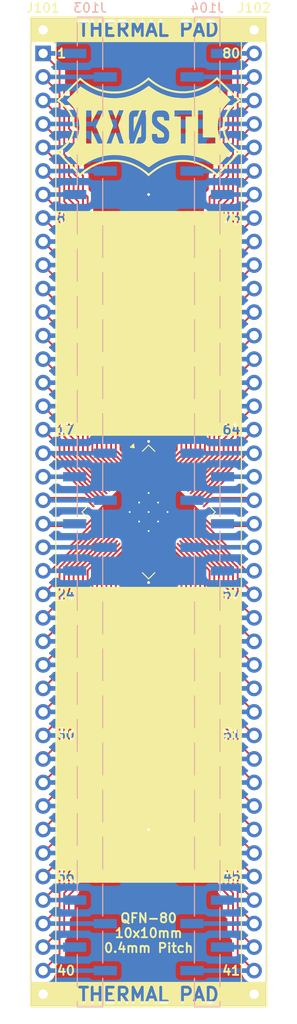
<source format=kicad_pcb>
(kicad_pcb (version 20241229) (generator "pcbnew") (generator_version "9.0")
  (layers (0 "F.Cu" signal) (2 "B.Cu" signal) (13 "F.Paste" user) (15 "B.Paste" user) (5 "F.SilkS" user "F.Silkscreen") (7 "B.SilkS" user "B.Silkscreen") (1 "F.Mask" user) (3 "B.Mask" user) (25 "Edge.Cuts" user))
  (net 0 "")
  (net 1 "/69")
  (net 2 "/27")
  (net 3 "/10")
  (net 4 "/3")
  (net 5 "/6")
  (net 6 "/8")
  (net 7 "/1")
  (net 8 "/31")
  (net 9 "/7")
  (net 10 "/28")
  (net 11 "/2")
  (net 12 "/32")
  (net 13 "/24")
  (net 14 "/23")
  (net 15 "/19")
  (net 16 "/20")
  (net 17 "/18")
  (net 18 "/9")
  (net 19 "/14")
  (net 20 "/34")
  (net 21 "/26")
  (net 22 "/21")
  (net 23 "/16")
  (net 24 "/29")
  (net 25 "/15")
  (net 26 "/25")
  (net 27 "/30")
  (net 28 "/33")
  (net 29 "/17")
  (net 30 "/5")
  (net 31 "/4")
  (net 32 "/13")
  (net 33 "/12")
  (net 34 "/11")
  (net 35 "/22")
  (net 36 "/52")
  (net 37 "/64")
  (net 38 "/43")
  (net 39 "/40")
  (net 40 "/56")
  (net 41 "/57")
  (net 42 "/59")
  (net 43 "/66")
  (net 44 "/54")
  (net 45 "/41")
  (net 46 "/60")
  (net 47 "/55")
  (net 48 "/48")
  (net 49 "/68")
  (net 50 "/35")
  (net 51 "/37")
  (net 52 "/67")
  (net 53 "/53")
  (net 54 "/51")
  (net 55 "/49")
  (net 56 "/45")
  (net 57 "/63")
  (net 58 "/47")
  (net 59 "/39")
  (net 60 "/65")
  (net 61 "/46")
  (net 62 "/44")
  (net 63 "/58")
  (net 64 "/42")
  (net 65 "/62")
  (net 66 "/38")
  (net 67 "/61")
  (net 68 "/36")
  (net 69 "/50")
  (net 70 "/81")
  (net 71 "/76")
  (net 72 "/71")
  (net 73 "/78")
  (net 74 "/72")
  (net 75 "/80")
  (net 76 "/79")
  (net 77 "/75")
  (net 78 "/77")
  (net 79 "/70")
  (net 80 "/74")
  (net 81 "/73")
  (footprint "Package_DFN_QFN:QFN-80-1EP_10x10mm_P0.4mm_EP3.4x3.4mm_ThermalVias" (layer "F.Cu") (at 138.43 128.27 -45)
    (property "Reference" "U101" (hide yes))
    (property "Value" "QFN-80")
  )
  (footprint "Connector_PinHeader_2.54mm:PinHeader_1x02_P2.54mm_Vertical" (layer "F.Cu") (at 127 177.8)
    (property "Reference" "J106" (hide yes))
    (property "Value" "Conn_01x02")
  )
  (footprint "libraries:LogoSmall" (layer "F.Cu") (at 138.43 86.649039)
    (property "Reference" "G***" (hide yes))
    (property "Value" "LOGO" (hide yes))
  )
  (footprint "Connector_PinHeader_2.54mm:PinHeader_1x40_P2.54mm_Vertical" (layer "F.Cu") (at 127 76.2)
    (property "Reference" "J101")
    (property "Value" "Conn_01x40")
  )
  (footprint "Connector_PinHeader_2.54mm:PinHeader_1x40_P2.54mm_Vertical" (layer "F.Cu") (at 149.86 76.2)
    (property "Reference" "J102")
    (property "Value" "Conn_01x40")
  )
  (footprint "Connector_PinHeader_2.54mm:PinHeader_1x02_P2.54mm_Vertical" (layer "F.Cu") (at 149.86 177.8)
    (property "Reference" "J107" (hide yes))
    (property "Value" "Conn_01x02")
  )
  (footprint "Connector_PinHeader_2.54mm:PinHeader_1x40_P2.54mm_Vertical_SMD_Pin1Left" (layer "B.Cu") (at 132.079395 125.730994 180)
    (property "Reference" "J103")
    (property "Value" "Conn_01x40")
  )
  (footprint "Connector_PinHeader_2.54mm:PinHeader_1x02_P2.54mm_Vertical_SMD_Pin1Left" (layer "B.Cu") (at 132.080605 179.07 180)
    (property "Reference" "J105" (hide yes))
    (property "Value" "Conn_01x02")
  )
  (footprint "Connector_PinHeader_2.54mm:PinHeader_1x02_P2.54mm_Vertical_SMD_Pin1Right" (layer "B.Cu") (at 144.779718 179.069244 180)
    (property "Reference" "J108" (hide yes))
    (property "Value" "Conn_01x02")
  )
  (footprint "Connector_PinHeader_2.54mm:PinHeader_1x40_P2.54mm_Vertical_SMD_Pin1Right" (layer "B.Cu") (at 144.780282 125.730994 180)
    (property "Reference" "J104")
    (property "Value" "Conn_01x40")
  )
  (gr_rect (start 130.44 136.404363) (end 146.456 137.814363) (stroke (width 0.1)) (fill yes) (layer "F.SilkS"))
  (gr_rect (start 128.397 152.977) (end 148.463 166.838) (stroke (width 0.1)) (fill yes) (layer "F.SilkS"))
  (gr_rect (start 129.86175 181.3306) (end 146.4225 181.737) (stroke (width 0.1)) (fill yes) (layer "F.SilkS"))
  (gr_rect (start 129.419999 95.811085) (end 146.445999 97.441085) (stroke (width 0.1)) (fill yes) (layer "F.SilkS"))
  (gr_rect (start 130.397 118.355) (end 146.453 119.985) (stroke (width 0.1)) (fill yes) (layer "F.SilkS"))
  (gr_rect (start 125.603 179.06975) (end 130.6745 181.737) (stroke (width 0.1)) (fill yes) (layer "F.SilkS"))
  (gr_rect (start 128.437 137.7895) (end 148.483 151.5405) (stroke (width 0.1)) (fill yes) (layer "F.SilkS"))
  (gr_rect (start 130.447 145.779) (end 146.483 159.64) (stroke (width 0.1)) (fill yes) (layer "F.SilkS"))
  (gr_rect (start 146.0415 179.06975) (end 151.24 181.737) (stroke (width 0.1)) (fill yes) (layer "F.SilkS"))
  (gr_rect (start 125.603 74.80275) (end 130.6745 77.47) (stroke (width 0.1)) (fill yes) (layer "F.SilkS"))
  (gr_rect (start 130.5475 74.80275) (end 146.85425 75.08215) (stroke (width 0.1)) (fill yes) (layer "F.SilkS"))
  (gr_rect (start 130.5475 179.06975) (end 146.85425 179.34915) (stroke (width 0.1)) (fill yes) (layer "F.SilkS"))
  (gr_rect (start 146.0415 74.80275) (end 151.24 77.47) (stroke (width 0.1)) (fill yes) (layer "F.SilkS"))
  (gr_rect (start 128.397 97.198) (end 148.463 118.608) (stroke (width 0.1)) (fill yes) (layer "F.SilkS"))
  (gr_rect (start 129.86175 77.0636) (end 146.4225 77.47) (stroke (width 0.1)) (fill yes) (layer "F.SilkS"))
  (gr_rect (start 130.437 166.707) (end 146.523 168.26) (stroke (width 0.1)) (fill yes) (layer "F.SilkS"))
  (gr_rect (start 125.73 74.93) (end 151.13 181.61) (stroke (width 0.05)) (fill no) (layer "Edge.Cuts"))
  (gr_text "THERMAL PAD" (at 138.4215 76.136375 0) (layer "F.SilkS" knockout) (effects (font (size 1.5 1.5) (thickness 0.3))))
  (gr_text "45" (at 148.54 167.65 0) (layer "F.SilkS" knockout) (effects (font (size 1 1) (thickness 0.2) (bold yes)) (justify right)))
  (gr_text "8" (at 128.32 96.52 0) (layer "F.SilkS" knockout) (effects (font (size 1 1) (thickness 0.2) (bold yes)) (justify left)))
  (gr_text "24" (at 128.36 137.16 0) (layer "F.SilkS" knockout) (effects (font (size 1 1) (thickness 0.2) (bold yes)) (justify left)))
  (gr_text "1" (at 128.397 78.74 0) (layer "F.SilkS") (effects (font (size 1 1) (thickness 0.2) (bold yes)) (justify left)))
  (gr_text "40" (at 128.397 177.8 0) (layer "F.SilkS") (effects (font (size 1 1) (thickness 0.2) (bold yes)) (justify left)))
  (gr_text "80" (at 148.463 78.74 0) (layer "F.SilkS") (effects (font (size 1 1) (thickness 0.2) (bold yes)) (justify right)))
  (gr_text "51" (at 148.55 152.32 0) (layer "F.SilkS" knockout) (effects (font (size 1 1) (thickness 0.2) (bold yes)) (justify right)))
  (gr_text "QFN-80\n10x10mm\n0.4mm Pitch" (at 138.43 175.938819 0) (layer "F.SilkS") (effects (font (size 1 1) (thickness 0.2) (bold yes)) (justify bottom)))
  (gr_text "57" (at 148.49 137.114051 0) (layer "F.SilkS" knockout) (effects (font (size 1 1) (thickness 0.2) (bold yes)) (justify right)))
  (gr_text "36" (at 128.36 167.64 0) (layer "F.SilkS" knockout) (effects (font (size 1 1) (thickness 0.2) (bold yes)) (justify left)))
  (gr_text "73" (at 148.53 96.52 0) (layer "F.SilkS" knockout) (effects (font (size 1 1) (thickness 0.2) (bold yes)) (justify right)))
  (gr_text "30" (at 128.36 152.32 0) (layer "F.SilkS" knockout) (effects (font (size 1 1) (thickness 0.2) (bold yes)) (justify left)))
  (gr_text "17" (at 128.32 119.38 0) (layer "F.SilkS" knockout) (effects (font (size 1 1) (thickness 0.2) (bold yes)) (justify left)))
  (gr_text "THERMAL PAD" (at 138.4215 180.403375 0) (layer "F.SilkS" knockout) (effects (font (size 1.5 1.5) (thickness 0.3))))
  (gr_text "41" (at 148.463 177.8 0) (layer "F.SilkS") (effects (font (size 1 1) (thickness 0.2) (bold yes)) (justify right)))
  (gr_text "64" (at 148.49 119.38 0) (layer "F.SilkS" knockout) (effects (font (size 1 1) (thickness 0.2) (bold yes)) (justify right)))
  (segment (start 146.050666 117.603127) (end 146.558666 117.095127) (width 0.2) (layer "F.Cu") (net 1))
  (segment (start 146.558666 115.317127) (end 147.066666 114.809127) (width 0.2) (layer "F.Cu") (net 1))
  (segment (start 147.574666 110.745127) (end 148.082666 110.237127) (width 0.2) (layer "F.Cu") (net 1))
  (segment (start 146.050665 119.381127) (end 146.050666 117.603127) (width 0.2) (layer "F.Cu") (net 1))
  (segment (start 148.082666 108.459127) (end 149.860666 106.681127) (width 0.2) (layer "F.Cu") (net 1))
  (segment (start 148.082666 110.237127) (end 148.082666 108.459127) (width 0.2) (layer "F.Cu") (net 1))
  (segment (start 147.574666 112.523127) (end 147.574666 110.745127) (width 0.2) (layer "F.Cu") (net 1))
  (segment (start 142.355109 125.195213) (end 145.542666 122.007656) (width 0.2) (layer "F.Cu") (net 1))
  (segment (start 146.558666 117.095127) (end 146.558666 115.317127) (width 0.2) (layer "F.Cu") (net 1))
  (segment (start 147.066666 114.809127) (end 147.066666 113.031127) (width 0.2) (layer "F.Cu") (net 1))
  (segment (start 147.066666 113.031127) (end 147.574666 112.523127) (width 0.2) (layer "F.Cu") (net 1))
  (segment (start 145.542666 119.889127) (end 146.050665 119.381127) (width 0.2) (layer "F.Cu") (net 1))
  (segment (start 145.542666 122.007656) (end 145.542666 119.889127) (width 0.2) (layer "F.Cu") (net 1))
  (segment (start 149.859006 106.680994) (end 149.86 106.68) (width 0.5) (layer "B.Cu") (net 1))
  (segment (start 143.125282 106.680994) (end 149.859006 106.680994) (width 0.5) (layer "B.Cu") (net 1))
  (segment (start 129.794 136.652) (end 129.794 138.43) (width 0.2) (layer "F.Cu") (net 2))
  (segment (start 129.286 138.938) (end 129.286 140.716) (width 0.2) (layer "F.Cu") (net 2))
  (segment (start 133.939872 130.780229) (end 130.302 134.418101) (width 0.2) (layer "F.Cu") (net 2))
  (segment (start 128.778 141.224) (end 128.778 143.002) (width 0.2) (layer "F.Cu") (net 2))
  (segment (start 128.778 143.002) (end 127 144.78) (width 0.2) (layer "F.Cu") (net 2))
  (segment (start 130.302 134.418101) (end 130.302 136.144) (width 0.2) (layer "F.Cu") (net 2))
  (segment (start 129.794 138.43) (end 129.286 138.938) (width 0.2) (layer "F.Cu") (net 2))
  (segment (start 129.286 140.716) (end 128.778 141.224) (width 0.2) (layer "F.Cu") (net 2))
  (segment (start 130.302 136.144) (end 129.794 136.652) (width 0.2) (layer "F.Cu") (net 2))
  (segment (start 127.000994 144.780994) (end 130.424395 144.780994) (width 0.5) (layer "B.Cu") (net 2))
  (segment (start 127 144.78) (end 127.000994 144.780994) (width 0.5) (layer "B.Cu") (net 2))
  (segment (start 129.794666 107.951127) (end 129.286666 107.443127) (width 0.2) (layer "F.Cu") (net 3))
  (segment (start 131.318666 116.587127) (end 131.318666 114.809127) (width 0.2) (layer "F.Cu") (net 3))
  (segment (start 128.778666 105.157127) (end 128.778666 103.379127) (width 0.2) (layer "F.Cu") (net 3))
  (segment (start 130.302666 112.015127) (end 130.302666 110.237127) (width 0.2) (layer "F.Cu") (net 3))
  (segment (start 129.286666 107.443127) (end 129.286666 105.665127) (width 0.2) (layer "F.Cu") (net 3))
  (segment (start 135.071909 124.629527) (end 132.334666 121.892284) (width 0.2) (layer "F.Cu") (net 3))
  (segment (start 130.810666 112.523127) (end 130.302666 112.015127) (width 0.2) (layer "F.Cu") (net 3))
  (segment (start 132.334666 119.381127) (end 131.826666 118.873127) (width 0.2) (layer "F.Cu") (net 3))
  (segment (start 131.826667 117.095127) (end 131.318666 116.587127) (width 0.2) (layer "F.Cu") (net 3))
  (segment (start 130.302666 110.237127) (end 129.794666 109.729127) (width 0.2) (layer "F.Cu") (net 3))
  (segment (start 129.286666 105.665127) (end 128.778666 105.157127) (width 0.2) (layer "F.Cu") (net 3))
  (segment (start 131.318666 114.809127) (end 130.810666 114.301128) (width 0.2) (layer "F.Cu") (net 3))
  (segment (start 132.334666 121.892284) (end 132.334666 119.381127) (width 0.2) (layer "F.Cu") (net 3))
  (segment (start 130.810666 114.301128) (end 130.810666 112.523127) (width 0.2) (layer "F.Cu") (net 3))
  (segment (start 128.778666 103.379127) (end 127.000666 101.601127) (width 0.2) (layer "F.Cu") (net 3))
  (segment (start 129.794666 109.729127) (end 129.794666 107.951127) (width 0.2) (layer "F.Cu") (net 3))
  (segment (start 131.826666 118.873127) (end 131.826667 117.095127) (width 0.2) (layer "F.Cu") (net 3))
  (segment (start 127.000994 101.600994) (end 127 101.6) (width 0.5) (layer "B.Cu") (net 3))
  (segment (start 133.734395 101.600994) (end 127.000994 101.600994) (width 0.5) (layer "B.Cu") (net 3))
  (segment (start 129.794667 90.171127) (end 129.286666 89.663127) (width 0.2) (layer "F.Cu") (net 4))
  (segment (start 137.051808 122.649628) (end 135.890666 121.488485) (width 0.2) (layer "F.Cu") (net 4))
  (segment (start 129.286666 87.885127) (end 128.778666 87.377128) (width 0.2) (layer "F.Cu") (net 4))
  (segment (start 132.334666 101.601127) (end 131.826666 101.093127) (width 0.2) (layer "F.Cu") (net 4))
  (segment (start 135.890666 117.603127) (end 135.382666 117.095127) (width 0.2) (layer "F.Cu") (net 4))
  (segment (start 130.810666 96.521127) (end 130.810666 94.743127) (width 0.2) (layer "F.Cu") (net 4))
  (segment (start 135.382666 117.095127) (end 135.382666 115.317127) (width 0.2) (layer "F.Cu") (net 4))
  (segment (start 134.874666 114.809127) (end 134.874666 113.031127) (width 0.2) (layer "F.Cu") (net 4))
  (segment (start 129.794666 91.949127) (end 129.794667 90.171127) (width 0.2) (layer "F.Cu") (net 4))
  (segment (start 133.350666 107.951127) (end 133.350666 106.173127) (width 0.2) (layer "F.Cu") (net 4))
  (segment (start 134.874666 113.031127) (end 134.366666 112.523127) (width 0.2) (layer "F.Cu") (net 4))
  (segment (start 134.366666 112.523127) (end 134.366666 110.745127) (width 0.2) (layer "F.Cu") (net 4))
  (segment (start 132.842666 105.665126) (end 132.842666 103.887128) (width 0.2) (layer "F.Cu") (net 4))
  (segment (start 133.858666 108.459127) (end 133.350666 107.951127) (width 0.2) (layer "F.Cu") (net 4))
  (segment (start 132.842666 103.887128) (end 132.334666 103.379127) (width 0.2) (layer "F.Cu") (net 4))
  (segment (start 133.350666 106.173127) (end 132.842666 105.665126) (width 0.2) (layer "F.Cu") (net 4))
  (segment (start 130.302666 92.457127) (end 129.794666 91.949127) (width 0.2) (layer "F.Cu") (net 4))
  (segment (start 132.334666 103.379127) (end 132.334666 101.601127) (width 0.2) (layer "F.Cu") (net 4))
  (segment (start 130.810666 94.743127) (end 130.302666 94.235127) (width 0.2) (layer "F.Cu") (net 4))
  (segment (start 130.302666 94.235127) (end 130.302666 92.457127) (width 0.2) (layer "F.Cu") (net 4))
  (segment (start 133.858666 110.237127) (end 133.858666 108.459127) (width 0.2) (layer "F.Cu") (net 4))
  (segment (start 131.318666 97.029127) (end 130.810666 96.521127) (width 0.2) (layer "F.Cu") (net 4))
  (segment (start 128.778666 87.377128) (end 128.778666 85.599127) (width 0.2) (layer "F.Cu") (net 4))
  (segment (start 128.778666 85.599127) (end 127.000666 83.821127) (width 0.2) (layer "F.Cu") (net 4))
  (segment (start 129.286666 89.663127) (end 129.286666 87.885127) (width 0.2) (layer "F.Cu") (net 4))
  (segment (start 131.826666 99.315127) (end 131.318666 98.807127) (width 0.2) (layer "F.Cu") (net 4))
  (segment (start 135.382666 115.317127) (end 134.874666 114.809127) (width 0.2) (layer "F.Cu") (net 4))
  (segment (start 134.366666 110.745127) (end 133.858666 110.237127) (width 0.2) (layer "F.Cu") (net 4))
  (segment (start 131.318666 98.807127) (end 131.318666 97.029127) (width 0.2) (layer "F.Cu") (net 4))
  (segment (start 131.826666 101.093127) (end 131.826666 99.315127) (width 0.2) (layer "F.Cu") (net 4))
  (segment (start 135.890666 121.488485) (end 135.890666 117.603127) (width 0.2) (layer "F.Cu") (net 4))
  (segment (start 127 83.82) (end 130.423401 83.82) (width 0.5) (layer "B.Cu") (net 4))
  (segment (start 130.423401 83.82) (end 130.424395 83.820994) (width 0.5) (layer "B.Cu") (net 4))
  (segment (start 128.778666 94.997127) (end 128.778667 93.219127) (width 0.2) (layer "F.Cu") (net 5))
  (segment (start 136.20328 123.498156) (end 134.366666 121.661542) (width 0.2) (layer "F.Cu") (net 5))
  (segment (start 132.334666 109.221127) (end 131.826666 108.713126) (width 0.2) (layer "F.Cu") (net 5))
  (segment (start 132.334666 110.999127) (end 132.334666 109.221127) (width 0.2) (layer "F.Cu") (net 5))
  (segment (start 129.794666 99.569127) (end 129.794666 97.791127) (width 0.2) (layer "F.Cu") (net 5))
  (segment (start 133.858666 116.079127) (end 133.350666 115.571127) (width 0.2) (layer "F.Cu") (net 5))
  (segment (start 133.350666 115.571127) (end 133.350666 113.793127) (width 0.2) (layer "F.Cu") (net 5))
  (segment (start 129.286666 97.283127) (end 129.286666 95.505127) (width 0.2) (layer "F.Cu") (net 5))
  (segment (start 133.858666 117.857127) (end 133.858666 116.079127) (width 0.2) (layer "F.Cu") (net 5))
  (segment (start 131.826666 108.713126) (end 131.826666 106.935128) (width 0.2) (layer "F.Cu") (net 5))
  (segment (start 129.794666 97.791127) (end 129.286666 97.283127) (width 0.2) (layer "F.Cu") (net 5))
  (segment (start 130.810666 104.141127) (end 130.810666 102.363127) (width 0.2) (layer "F.Cu") (net 5))
  (segment (start 133.350666 113.793127) (end 132.842666 113.285127) (width 0.2) (layer "F.Cu") (net 5))
  (segment (start 131.826666 106.935128) (end 131.318666 106.427127) (width 0.2) (layer "F.Cu") (net 5))
  (segment (start 132.842666 111.507127) (end 132.334666 110.999127) (width 0.2) (layer "F.Cu") (net 5))
  (segment (start 134.366666 118.365127) (end 133.858666 117.857127) (width 0.2) (layer "F.Cu") (net 5))
  (segment (start 128.778667 93.219127) (end 127.000666 91.441127) (width 0.2) (layer "F.Cu") (net 5))
  (segment (start 131.318666 104.649127) (end 130.810666 104.141127) (width 0.2) (layer "F.Cu") (net 5))
  (segment (start 134.366666 121.661542) (end 134.366666 118.365127) (width 0.2) (layer "F.Cu") (net 5))
  (segment (start 130.302666 101.855127) (end 130.302666 100.077127) (width 0.2) (layer "F.Cu") (net 5))
  (segment (start 130.810666 102.363127) (end 130.302666 101.855127) (width 0.2) (layer "F.Cu") (net 5))
  (segment (start 129.286666 95.505127) (end 128.778666 94.997127) (width 0.2) (layer "F.Cu") (net 5))
  (segment (start 130.302666 100.077127) (end 129.794666 99.569127) (width 0.2) (layer "F.Cu") (net 5))
  (segment (start 131.318666 106.427127) (end 131.318666 104.649127) (width 0.2) (layer "F.Cu") (net 5))
  (segment (start 132.842666 113.285127) (end 132.842666 111.507127) (width 0.2) (layer "F.Cu") (net 5))
  (segment (start 127.000994 91.440994) (end 127 91.44) (width 0.5) (layer "B.Cu") (net 5))
  (segment (start 133.734395 91.440994) (end 127.000994 91.440994) (width 0.5) (layer "B.Cu") (net 5))
  (segment (start 131.318666 109.729127) (end 130.810666 109.221127) (width 0.2) (layer "F.Cu") (net 6))
  (segment (start 132.334666 114.301127) (end 131.826666 113.793127) (width 0.2) (layer "F.Cu") (net 6))
  (segment (start 130.810666 107.443127) (end 130.302666 106.935127) (width 0.2) (layer "F.Cu") (net 6))
  (segment (start 129.794666 102.871128) (end 129.286666 102.363127) (width 0.2) (layer "F.Cu") (net 6))
  (segment (start 131.826666 113.793127) (end 131.826666 112.015127) (width 0.2) (layer "F.Cu") (net 6))
  (segment (start 129.286666 100.585127) (end 128.778666 100.077127) (width 0.2) (layer "F.Cu") (net 6))
  (segment (start 130.302666 105.157127) (end 129.794667 104.649127) (width 0.2) (layer "F.Cu") (net 6))
  (segment (start 132.334666 116.079127) (end 132.334666 114.301127) (width 0.2) (layer "F.Cu") (net 6))
  (segment (start 133.350666 121.776914) (end 133.350666 118.873127) (width 0.2) (layer "F.Cu") (net 6))
  (segment (start 131.826666 112.015127) (end 131.318666 111.507127) (width 0.2) (layer "F.Cu") (net 6))
  (segment (start 128.778666 100.077127) (end 128.778666 98.299127) (width 0.2) (layer "F.Cu") (net 6))
  (segment (start 135.637594 124.063842) (end 133.350666 121.776914) (width 0.2) (layer "F.Cu") (net 6))
  (segment (start 128.778666 98.299127) (end 127.000666 96.521127) (width 0.2) (layer "F.Cu") (net 6))
  (segment (start 133.350666 118.873127) (end 132.842666 118.365128) (width 0.2) (layer "F.Cu") (net 6))
  (segment (start 132.842666 118.365128) (end 132.842666 116.587127) (width 0.2) (layer "F.Cu") (net 6))
  (segment (start 131.318666 111.507127) (end 131.318666 109.729127) (width 0.2) (layer "F.Cu") (net 6))
  (segment (start 130.810666 109.221127) (end 130.810666 107.443127) (width 0.2) (layer "F.Cu") (net 6))
  (segment (start 132.842666 116.587127) (end 132.334666 116.079127) (width 0.2) (layer "F.Cu") (net 6))
  (segment (start 129.286666 102.363127) (end 129.286666 100.585127) (width 0.2) (layer "F.Cu") (net 6))
  (segment (start 130.302666 106.935127) (end 130.302666 105.157127) (width 0.2) (layer "F.Cu") (net 6))
  (segment (start 129.794667 104.649127) (end 129.794666 102.871128) (width 0.2) (layer "F.Cu") (net 6))
  (segment (start 133.734395 96.520994) (end 127.000994 96.520994) (width 0.5) (layer "B.Cu") (net 6))
  (segment (start 127.000994 96.520994) (end 127 96.52) (width 0.5) (layer "B.Cu") (net 6))
  (segment (start 129.794666 86.869127) (end 129.794666 85.091127) (width 0.2) (layer "F.Cu") (net 7))
  (segment (start 130.810666 89.663127) (end 130.302666 89.155127) (width 0.2) (layer "F.Cu") (net 7))
  (segment (start 129.286666 84.583127) (end 129.286666 82.805127) (width 0.2) (layer "F.Cu") (net 7))
  (segment (start 131.826666 96.013127) (end 131.826666 94.235126) (width 0.2) (layer "F.Cu") (net 7))
  (segment (start 135.890666 114.301127) (end 135.890666 112.523127) (width 0.2) (layer "F.Cu") (net 7))
  (segment (start 135.890666 112.523127) (end 135.382666 112.015127) (width 0.2) (layer "F.Cu") (net 7))
  (segment (start 133.350666 102.871127) (end 133.350666 101.093127) (width 0.2) (layer "F.Cu") (net 7))
  (segment (start 134.874666 109.729126) (end 134.874666 107.951128) (width 0.2) (layer "F.Cu") (net 7))
  (segment (start 131.318666 91.949127) (end 130.810666 91.441128) (width 0.2) (layer "F.Cu") (net 7))
  (segment (start 133.350666 101.093127) (end 132.842666 100.585127) (width 0.2) (layer "F.Cu") (net 7))
  (segment (start 132.842666 98.807127) (end 132.334666 98.299127) (width 0.2) (layer "F.Cu") (net 7))
  (segment (start 136.906666 121.373116) (end 136.906666 117.095127) (width 0.2) (layer "F.Cu") (net 7))
  (segment (start 133.858666 105.157127) (end 133.858666 103.379127) (width 0.2) (layer "F.Cu") (net 7))
  (segment (start 130.302666 89.155127) (end 130.302666 87.377127) (width 0.2) (layer "F.Cu") (net 7))
  (segment (start 133.858666 103.379127) (end 133.350666 102.871127) (width 0.2) (layer "F.Cu") (net 7))
  (segment (start 136.398666 114.809127) (end 135.890666 114.301127) (width 0.2) (layer "F.Cu") (net 7))
  (segment (start 128.778666 80.519127) (end 127.000666 78.741127) (width 0.2) (layer "F.Cu") (net 7))
  (segment (start 130.302666 87.377127) (end 129.794666 86.869127) (width 0.2) (layer "F.Cu") (net 7))
  (segment (start 128.778666 82.297127) (end 128.778666 80.519127) (width 0.2) (layer "F.Cu") (net 7))
  (segment (start 136.398666 116.587127) (end 136.398666 114.809127) (width 0.2) (layer "F.Cu") (net 7))
  (segment (start 132.334666 96.521127) (end 131.826666 96.013127) (width 0.2) (layer "F.Cu") (net 7))
  (segment (start 131.826666 94.235126) (end 131.318666 93.727127) (width 0.2) (layer "F.Cu") (net 7))
  (segment (start 130.810666 91.441128) (end 130.810666 89.663127) (width 0.2) (layer "F.Cu") (net 7))
  (segment (start 136.906666 117.095127) (end 136.398666 116.587127) (width 0.2) (layer "F.Cu") (net 7))
  (segment (start 132.842666 100.585127) (end 132.842666 98.807127) (width 0.2) (layer "F.Cu") (net 7))
  (segment (start 131.318666 93.727127) (end 131.318666 91.949127) (width 0.2) (layer "F.Cu") (net 7))
  (segment (start 135.382666 110.237127) (end 134.874666 109.729126) (width 0.2) (layer "F.Cu") (net 7))
  (segment (start 134.366666 105.665127) (end 133.858666 105.157127) (width 0.2) (layer "F.Cu") (net 7))
  (segment (start 129.286666 82.805127) (end 128.778666 82.297127) (width 0.2) (layer "F.Cu") (net 7))
  (segment (start 129.794666 85.091127) (end 129.286666 84.583127) (width 0.2) (layer "F.Cu") (net 7))
  (segment (start 134.874666 107.951128) (end 134.366666 107.443127) (width 0.2) (layer "F.Cu") (net 7))
  (segment (start 135.382666 112.015127) (end 135.382666 110.237127) (width 0.2) (layer "F.Cu") (net 7))
  (segment (start 132.334666 98.299127) (end 132.334666 96.521127) (width 0.2) (layer "F.Cu") (net 7))
  (segment (start 137.617493 122.083943) (end 136.906666 121.373116) (width 0.2) (layer "F.Cu") (net 7))
  (segment (start 134.366666 107.443127) (end 134.366666 105.665127) (width 0.2) (layer "F.Cu") (net 7))
  (segment (start 130.423401 78.74) (end 130.424395 78.740994) (width 0.5) (layer "B.Cu") (net 7))
  (segment (start 127 78.74) (end 130.423401 78.74) (width 0.5) (layer "B.Cu") (net 7))
  (segment (start 130.302 146.304) (end 129.794 146.812) (width 0.2) (layer "F.Cu") (net 8))
  (segment (start 131.318 139.954) (end 131.318 141.732) (width 0.2) (layer "F.Cu") (net 8))
  (segment (start 129.794 146.812) (end 129.794 148.59) (width 0.2) (layer "F.Cu") (net 8))
  (segment (start 131.826 137.668) (end 131.826 139.446) (width 0.2) (layer "F.Cu") (net 8))
  (segment (start 128.778 153.162) (end 127 154.94) (width 0.2) (layer "F.Cu") (net 8))
  (segment (start 132.334 134.648843) (end 132.334 137.16) (width 0.2) (layer "F.Cu") (net 8))
  (segment (start 129.286 150.876) (end 128.778 151.384) (width 0.2) (layer "F.Cu") (net 8))
  (segment (start 135.071243 131.9116) (end 132.334 134.648843) (width 0.2) (layer "F.Cu") (net 8))
  (segment (start 131.826 139.446) (end 131.318 139.954) (width 0.2) (layer "F.Cu") (net 8))
  (segment (start 129.794 148.59) (end 129.286 149.098) (width 0.2) (layer "F.Cu") (net 8))
  (segment (start 130.302 144.526) (end 130.302 146.304) (width 0.2) (layer "F.Cu") (net 8))
  (segment (start 130.81 142.24) (end 130.81 144.018) (width 0.2) (layer "F.Cu") (net 8))
  (segment (start 128.778 151.384) (end 128.778 153.162) (width 0.2) (layer "F.Cu") (net 8))
  (segment (start 130.81 144.018) (end 130.302 144.526) (width 0.2) (layer "F.Cu") (net 8))
  (segment (start 129.286 149.098) (end 129.286 150.876) (width 0.2) (layer "F.Cu") (net 8))
  (segment (start 131.318 141.732) (end 130.81 142.24) (width 0.2) (layer "F.Cu") (net 8))
  (segment (start 132.334 137.16) (end 131.826 137.668) (width 0.2) (layer "F.Cu") (net 8))
  (segment (start 127.000994 154.940994) (end 130.424395 154.940994) (width 0.5) (layer "B.Cu") (net 8))
  (segment (start 127 154.94) (end 127.000994 154.940994) (width 0.5) (layer "B.Cu") (net 8))
  (segment (start 131.826666 109.475127) (end 131.318666 108.967127) (width 0.2) (layer "F.Cu") (net 9))
  (segment (start 129.286666 99.823127) (end 129.286666 98.045127) (width 0.2) (layer "F.Cu") (net 9))
  (segment (start 132.842666 115.825127) (end 132.842667 114.047127) (width 0.2) (layer "F.Cu") (net 9))
  (segment (start 131.826666 111.253128) (end 131.826666 109.475127) (width 0.2) (layer "F.Cu") (net 9))
  (segment (start 132.334666 111.761127) (end 131.826666 111.253128) (width 0.2) (layer "F.Cu") (net 9))
  (segment (start 132.334666 113.539127) (end 132.334666 111.761127) (width 0.2) (layer "F.Cu") (net 9))
  (segment (start 130.302666 104.395127) (end 130.302666 102.617127) (width 0.2) (layer "F.Cu") (net 9))
  (segment (start 129.794666 100.331126) (end 129.286666 99.823127) (width 0.2) (layer "F.Cu") (net 9))
  (segment (start 131.318666 107.189127) (end 130.810666 106.681127) (width 0.2) (layer "F.Cu") (net 9))
  (segment (start 133.858666 118.619127) (end 133.350666 118.111127) (width 0.2) (layer "F.Cu") (net 9))
  (segment (start 129.794666 102.109127) (end 129.794666 100.331126) (width 0.2) (layer "F.Cu") (net 9))
  (segment (start 133.858666 121.719229) (end 133.858666 118.619127) (width 0.2) (layer "F.Cu") (net 9))
  (segment (start 128.778666 95.759127) (end 127.000666 93.981127) (width 0.2) (layer "F.Cu") (net 9))
  (segment (start 133.350666 118.111127) (end 133.350666 116.333127) (width 0.2) (layer "F.Cu") (net 9))
  (segment (start 135.920437 123.780999) (end 133.858666 121.719229) (width 0.2) (layer "F.Cu") (net 9))
  (segment (start 130.810666 104.903127) (end 130.302666 104.395127) (width 0.2) (layer "F.Cu") (net 9))
  (segment (start 130.302666 102.617127) (end 129.794666 102.109127) (width 0.2) (layer "F.Cu") (net 9))
  (segment (start 130.810666 106.681127) (end 130.810666 104.903127) (width 0.2) (layer "F.Cu") (net 9))
  (segment (start 132.842667 114.047127) (end 132.334666 113.539127) (width 0.2) (layer "F.Cu") (net 9))
  (segment (start 133.350666 116.333127) (end 132.842666 115.825127) (width 0.2) (layer "F.Cu") (net 9))
  (segment (start 129.286666 98.045127) (end 128.778667 97.537127) (width 0.2) (layer "F.Cu") (net 9))
  (segment (start 131.318666 108.967127) (end 131.318666 107.189127) (width 0.2) (layer "F.Cu") (net 9))
  (segment (start 128.778667 97.537127) (end 128.778666 95.759127) (width 0.2) (layer "F.Cu") (net 9))
  (segment (start 130.423401 93.98) (end 130.424395 93.980994) (width 0.5) (layer "B.Cu") (net 9))
  (segment (start 127 93.98) (end 130.423401 93.98) (width 0.5) (layer "B.Cu") (net 9))
  (segment (start 128.778 143.764) (end 128.778 145.542) (width 0.2) (layer "F.Cu") (net 10))
  (segment (start 130.81 136.398) (end 130.302 136.906) (width 0.2) (layer "F.Cu") (net 10))
  (segment (start 129.286 141.478) (end 129.286 143.256) (width 0.2) (layer "F.Cu") (net 10))
  (segment (start 128.778 145.542) (end 127 147.32) (width 0.2) (layer "F.Cu") (net 10))
  (segment (start 129.794 140.97) (end 129.286 141.478) (width 0.2) (layer "F.Cu") (net 10))
  (segment (start 130.302 138.684) (end 129.794 139.192) (width 0.2) (layer "F.Cu") (net 10))
  (segment (start 130.302 136.906) (end 130.302 138.684) (width 0.2) (layer "F.Cu") (net 10))
  (segment (start 130.81 134.475787) (end 130.81 136.398) (width 0.2) (layer "F.Cu") (net 10))
  (segment (start 129.286 143.256) (end 128.778 143.764) (width 0.2) (layer "F.Cu") (net 10))
  (segment (start 129.794 139.192) (end 129.794 140.97) (width 0.2) (layer "F.Cu") (net 10))
  (segment (start 134.222715 131.063072) (end 130.81 134.475787) (width 0.2) (layer "F.Cu") (net 10))
  (segment (start 127.000994 147.320994) (end 127 147.32) (width 0.5) (layer "B.Cu") (net 10))
  (segment (start 133.734395 147.320994) (end 127.000994 147.320994) (width 0.5) (layer "B.Cu") (net 10))
  (segment (start 132.334666 100.839127) (end 132.334666 99.061127) (width 0.2) (layer "F.Cu") (net 11))
  (segment (start 131.826667 98.553127) (end 131.826666 96.775127) (width 0.2) (layer "F.Cu") (net 11))
  (segment (start 132.334666 99.061127) (end 131.826667 98.553127) (width 0.2) (layer "F.Cu") (net 11))
  (segment (start 129.286666 85.345127) (end 128.778666 84.837126) (width 0.2) (layer "F.Cu") (net 11))
  (segment (start 135.890666 115.063126) (end 135.382666 114.555127) (width 0.2) (layer "F.Cu") (net 11))
  (segment (start 130.302666 89.917127) (end 129.794666 89.409127) (width 0.2) (layer "F.Cu") (net 11))
  (segment (start 130.810666 92.203127) (end 130.302666 91.695127) (width 0.2) (layer "F.Cu") (net 11))
  (segment (start 134.874666 110.491127) (end 134.366666 109.983127) (width 0.2) (layer "F.Cu") (net 11))
  (segment (start 128.778667 83.059127) (end 127.000666 81.281127) (width 0.2) (layer "F.Cu") (net 11))
  (segment (start 135.382666 114.555127) (end 135.382666 112.777127) (width 0.2) (layer "F.Cu") (net 11))
  (segment (start 130.810666 93.981127) (end 130.810666 92.203127) (width 0.2) (layer "F.Cu") (net 11))
  (segment (start 131.318666 94.489127) (end 130.810666 93.981127) (width 0.2) (layer "F.Cu") (net 11))
  (segment (start 133.858666 105.919127) (end 133.350666 105.411127) (width 0.2) (layer "F.Cu") (net 11))
  (segment (start 131.318666 96.267127) (end 131.318666 94.489127) (width 0.2) (layer "F.Cu") (net 11))
  (segment (start 133.858666 107.697127) (end 133.858666 105.919127) (width 0.2) (layer "F.Cu") (net 11))
  (segment (start 131.826666 96.775127) (end 131.318666 96.267127) (width 0.2) (layer "F.Cu") (net 11))
  (segment (start 129.286666 87.123127) (end 129.286666 85.345127) (width 0.2) (layer "F.Cu") (net 11))
  (segment (start 133.350666 105.411127) (end 133.350666 103.633127) (width 0.2) (layer "F.Cu") (net 11))
  (segment (start 134.366666 109.983127) (end 134.366666 108.205127) (width 0.2) (layer "F.Cu") (net 11))
  (segment (start 129.794666 87.631127) (end 129.286666 87.123127) (width 0.2) (layer "F.Cu") (net 11))
  (segment (start 132.842666 101.347126) (end 132.334666 100.839127) (width 0.2) (layer "F.Cu") (net 11))
  (segment (start 134.366666 108.205127) (end 133.858666 107.697127) (width 0.2) (layer "F.Cu") (net 11))
  (segment (start 134.874666 112.269128) (end 134.874666 110.491127) (width 0.2) (layer "F.Cu") (net 11))
  (segment (start 136.398666 117.349127) (end 135.890666 116.841127) (width 0.2) (layer "F.Cu") (net 11))
  (segment (start 132.842666 103.125127) (end 132.842666 101.347126) (width 0.2) (layer "F.Cu") (net 11))
  (segment (start 136.398666 121.430801) (end 136.398666 117.349127) (width 0.2) (layer "F.Cu") (net 11))
  (segment (start 137.334649 122.366785) (end 136.398666 121.430801) (width 0.2) (layer "F.Cu") (net 11))
  (segment (start 129.794666 89.409127) (end 129.794666 87.631127) (width 0.2) (layer "F.Cu") (net 11))
  (segment (start 128.778666 84.837126) (end 128.778667 83.059127) (width 0.2) (layer "F.Cu") (net 11))
  (segment (start 130.302666 91.695127) (end 130.302666 89.917127) (width 0.2) (layer "F.Cu") (net 11))
  (segment (start 135.890666 116.841127) (end 135.890666 115.063126) (width 0.2) (layer "F.Cu") (net 11))
  (segment (start 135.382666 112.777127) (end 134.874666 112.269128) (width 0.2) (layer "F.Cu") (net 11))
  (segment (start 133.350666 103.633127) (end 132.842666 103.125127) (width 0.2) (layer "F.Cu") (net 11))
  (segment (start 133.734395 81.280994) (end 127.000994 81.280994) (width 0.5) (layer "B.Cu") (net 11))
  (segment (start 127.000994 81.280994) (end 127 81.28) (width 0.5) (layer "B.Cu") (net 11))
  (segment (start 128.778 153.924) (end 128.778 155.702) (width 0.2) (layer "F.Cu") (net 12))
  (segment (start 132.842 134.706529) (end 132.842 137.414) (width 0.2) (layer "F.Cu") (net 12))
  (segment (start 130.81 146.558) (end 130.302 147.066) (width 0.2) (layer "F.Cu") (net 12))
  (segment (start 130.302 147.066) (end 130.302 148.844) (width 0.2) (layer "F.Cu") (net 12))
  (segment (start 128.778 155.702) (end 127 157.48) (width 0.2) (layer "F.Cu") (net 12))
  (segment (start 131.826 141.986) (end 131.318 142.494) (width 0.2) (layer "F.Cu") (net 12))
  (segment (start 135.354086 132.194443) (end 132.842 134.706529) (width 0.2) (layer "F.Cu") (net 12))
  (segment (start 131.318 142.494) (end 131.318 144.272) (width 0.2) (layer "F.Cu") (net 12))
  (segment (start 132.842 137.414) (end 132.334 137.922) (width 0.2) (layer "F.Cu") (net 12))
  (segment (start 129.794 151.13) (end 129.286 151.638) (width 0.2) (layer "F.Cu") (net 12))
  (segment (start 129.794 149.352) (end 129.794 151.13) (width 0.2) (layer "F.Cu") (net 12))
  (segment (start 132.334 139.7) (end 131.826 140.208) (width 0.2) (layer "F.Cu") (net 12))
  (segment (start 131.826 140.208) (end 131.826 141.986) (width 0.2) (layer "F.Cu") (net 12))
  (segment (start 132.334 137.922) (end 132.334 139.7) (width 0.2) (layer "F.Cu") (net 12))
  (segment (start 129.286 153.416) (end 128.778 153.924) (width 0.2) (layer "F.Cu") (net 12))
  (segment (start 130.302 148.844) (end 129.794 149.352) (width 0.2) (layer "F.Cu") (net 12))
  (segment (start 129.286 151.638) (end 129.286 153.416) (width 0.2) (layer "F.Cu") (net 12))
  (segment (start 131.318 144.272) (end 130.81 144.78) (width 0.2) (layer "F.Cu") (net 12))
  (segment (start 130.81 144.78) (end 130.81 146.558) (width 0.2) (layer "F.Cu") (net 12))
  (segment (start 133.734395 157.480994) (end 127.000994 157.480994) (width 0.5) (layer "B.Cu") (net 12))
  (segment (start 127.000994 157.480994) (end 127 157.48) (width 0.5) (layer "B.Cu") (net 12))
  (segment (start 128.778 135.382) (end 127 137.16) (width 0.2) (layer "F.Cu") (net 13))
  (segment (start 133.091344 129.931701) (end 128.778 134.245045) (width 0.2) (layer "F.Cu") (net 13))
  (segment (start 128.778 134.245045) (end 128.778 135.382) (width 0.2) (layer "F.Cu") (net 13))
  (segment (start 127.000994 137.160994) (end 127 137.16) (width 0.5) (layer "B.Cu") (net 13))
  (segment (start 133.734395 137.160994) (end 127.000994 137.160994) (width 0.5) (layer "B.Cu") (net 13))
  (segment (start 132.808501 129.648858) (end 127.837359 134.62) (width 0.2) (layer "F.Cu") (net 14))
  (segment (start 127.837359 134.62) (end 127 134.62) (width 0.2) (layer "F.Cu") (net 14))
  (segment (start 127 134.62) (end 130.423401 134.62) (width 0.5) (layer "B.Cu") (net 14))
  (segment (start 130.423401 134.62) (end 130.424395 134.620994) (width 0.5) (layer "B.Cu") (net 14))
  (segment (start 132.526323 127.175111) (end 129.812339 124.461127) (width 0.2) (layer "F.Cu") (net 15))
  (segment (start 129.812339 124.461127) (end 127.000666 124.461127) (width 0.2) (layer "F.Cu") (net 15))
  (segment (start 130.423401 124.46) (end 130.424395 124.460994) (width 0.5) (layer "B.Cu") (net 15))
  (segment (start 127 124.46) (end 130.423401 124.46) (width 0.5) (layer "B.Cu") (net 15))
  (segment (start 127.254666 126.747127) (end 127.000666 127.001127) (width 0.2) (layer "F.Cu") (net 16))
  (segment (start 131.532655 126.747127) (end 127.254666 126.747127) (width 0.2) (layer "F.Cu") (net 16))
  (segment (start 132.243482 127.457954) (end 131.532655 126.747127) (width 0.2) (layer "F.Cu") (net 16))
  (segment (start 127.000994 127.000994) (end 127 127) (width 0.5) (layer "B.Cu") (net 16))
  (segment (start 133.734395 127.000994) (end 127.000994 127.000994) (width 0.5) (layer "B.Cu") (net 16))
  (segment (start 132.809167 126.892269) (end 127.838025 121.921127) (width 0.2) (layer "F.Cu") (net 17))
  (segment (start 127.838025 121.921127) (end 127.000666 121.921127) (width 0.2) (layer "F.Cu") (net 17))
  (segment (start 133.734395 121.920994) (end 127.000994 121.920994) (width 0.5) (layer "B.Cu") (net 17))
  (segment (start 127.000994 121.920994) (end 127 121.92) (width 0.5) (layer "B.Cu") (net 17))
  (segment (start 132.842666 121.834598) (end 132.842666 119.127127) (width 0.2) (layer "F.Cu") (net 18))
  (segment (start 129.794666 107.189127) (end 129.794666 105.411127) (width 0.2) (layer "F.Cu") (net 18))
  (segment (start 130.810667 109.983127) (end 130.302666 109.475127) (width 0.2) (layer "F.Cu") (net 18))
  (segment (start 130.810666 111.761126) (end 130.810667 109.983127) (width 0.2) (layer "F.Cu") (net 18))
  (segment (start 129.286666 104.903127) (end 129.286666 103.125127) (width 0.2) (layer "F.Cu") (net 18))
  (segment (start 130.302666 107.697127) (end 129.794666 107.189127) (width 0.2) (layer "F.Cu") (net 18))
  (segment (start 130.302666 109.475127) (end 130.302666 107.697127) (width 0.2) (layer "F.Cu") (net 18))
  (segment (start 132.334666 118.619127) (end 132.334666 116.841127) (width 0.2) (layer "F.Cu") (net 18))
  (segment (start 135.354752 124.346684) (end 132.842666 121.834598) (width 0.2) (layer "F.Cu") (net 18))
  (segment (start 132.334666 116.841127) (end 131.826666 116.333127) (width 0.2) (layer "F.Cu") (net 18))
  (segment (start 129.286666 103.125127) (end 128.778666 102.617127) (width 0.2) (layer "F.Cu") (net 18))
  (segment (start 131.318666 114.047127) (end 131.318666 112.269127) (width 0.2) (layer "F.Cu") (net 18))
  (segment (start 128.778666 102.617127) (end 128.778666 100.839127) (width 0.2) (layer "F.Cu") (net 18))
  (segment (start 128.778666 100.839127) (end 127.000666 99.061127) (width 0.2) (layer "F.Cu") (net 18))
  (segment (start 131.826666 114.555127) (end 131.318666 114.047127) (width 0.2) (layer "F.Cu") (net 18))
  (segment (start 132.842666 119.127127) (end 132.334666 118.619127) (width 0.2) (layer "F.Cu") (net 18))
  (segment (start 129.794666 105.411127) (end 129.286666 104.903127) (width 0.2) (layer "F.Cu") (net 18))
  (segment (start 131.826666 116.333127) (end 131.826666 114.555127) (width 0.2) (layer "F.Cu") (net 18))
  (segment (start 131.318666 112.269127) (end 130.810666 111.761126) (width 0.2) (layer "F.Cu") (net 18))
  (segment (start 130.423401 99.06) (end 130.424395 99.060994) (width 0.5) (layer "B.Cu") (net 18))
  (segment (start 127 99.06) (end 130.423401 99.06) (width 0.5) (layer "B.Cu") (net 18))
  (segment (start 129.794666 119.889127) (end 129.794666 118.111127) (width 0.2) (layer "F.Cu") (net 19))
  (segment (start 130.302666 120.397127) (end 129.794666 119.889127) (width 0.2) (layer "F.Cu") (net 19))
  (segment (start 129.794666 118.111127) (end 129.286666 117.603127) (width 0.2) (layer "F.Cu") (net 19))
  (segment (start 129.286666 117.603127) (end 129.286666 115.825127) (width 0.2) (layer "F.Cu") (net 19))
  (segment (start 133.940538 125.760898) (end 130.302666 122.123026) (width 0.2) (layer "F.Cu") (net 19))
  (segment (start 129.286666 115.825127) (end 128.778666 115.317127) (width 0.2) (layer "F.Cu") (net 19))
  (segment (start 128.778666 115.317127) (end 128.778666 113.539127) (width 0.2) (layer "F.Cu") (net 19))
  (segment (start 128.778666 113.539127) (end 127.000666 111.761127) (width 0.2) (layer "F.Cu") (net 19))
  (segment (start 130.302666 122.123026) (end 130.302666 120.397127) (width 0.2) (layer "F.Cu") (net 19))
  (segment (start 127.000994 111.760994) (end 127 111.76) (width 0.5) (layer "B.Cu") (net 19))
  (segment (start 133.734395 111.760994) (end 127.000994 111.760994) (width 0.5) (layer "B.Cu") (net 19))
  (segment (start 129.794 154.432) (end 129.794 156.21) (width 0.2) (layer "F.Cu") (net 20))
  (segment (start 131.318 149.352) (end 130.81 149.86) (width 0.2) (layer "F.Cu") (net 20))
  (segment (start 129.286 158.496) (end 128.778 159.004) (width 0.2) (layer "F.Cu") (net 20))
  (segment (start 132.334 144.78) (end 131.826 145.288) (width 0.2) (layer "F.Cu") (net 20))
  (segment (start 130.81 151.638) (end 130.302 152.146) (width 0.2) (layer "F.Cu") (net 20))
  (segment (start 131.826 147.066) (end 131.318 147.574) (width 0.2) (layer "F.Cu") (net 20))
  (segment (start 133.858 134.821899) (end 133.858 137.922) (width 0.2) (layer "F.Cu") (net 20))
  (segment (start 133.35 140.208) (end 132.842 140.716) (width 0.2) (layer "F.Cu") (net 20))
  (segment (start 133.35 138.43) (end 133.35 140.208) (width 0.2) (layer "F.Cu") (net 20))
  (segment (start 129.794 156.21) (end 129.286 156.718) (width 0.2) (layer "F.Cu") (net 20))
  (segment (start 131.318 147.574) (end 131.318 149.352) (width 0.2) (layer "F.Cu") (net 20))
  (segment (start 129.286 156.718) (end 129.286 158.496) (width 0.2) (layer "F.Cu") (net 20))
  (segment (start 132.334 143.002) (end 132.334 144.78) (width 0.2) (layer "F.Cu") (net 20))
  (segment (start 131.826 145.288) (end 131.826 147.066) (width 0.2) (layer "F.Cu") (net 20))
  (segment (start 135.919771 132.760128) (end 133.858 134.821899) (width 0.2) (layer "F.Cu") (net 20))
  (segment (start 130.302 153.924) (end 129.794 154.432) (width 0.2) (layer "F.Cu") (net 20))
  (segment (start 128.778 159.004) (end 128.778 160.782) (width 0.2) (layer "F.Cu") (net 20))
  (segment (start 132.842 142.494) (end 132.334 143.002) (width 0.2) (layer "F.Cu") (net 20))
  (segment (start 133.858 137.922) (end 133.35 138.43) (width 0.2) (layer "F.Cu") (net 20))
  (segment (start 132.842 140.716) (end 132.842 142.494) (width 0.2) (layer "F.Cu") (net 20))
  (segment (start 130.302 152.146) (end 130.302 153.924) (width 0.2) (layer "F.Cu") (net 20))
  (segment (start 128.778 160.782) (end 127 162.56) (width 0.2) (layer "F.Cu") (net 20))
  (segment (start 130.81 149.86) (end 130.81 151.638) (width 0.2) (layer "F.Cu") (net 20))
  (segment (start 127.000994 162.560994) (end 127 162.56) (width 0.5) (layer "B.Cu") (net 20))
  (segment (start 133.734395 162.560994) (end 127.000994 162.560994) (width 0.5) (layer "B.Cu") (net 20))
  (segment (start 129.286 138.176) (end 128.778 138.684) (width 0.2) (layer "F.Cu") (net 21))
  (segment (start 129.794 134.360415) (end 129.794 135.89) (width 0.2) (layer "F.Cu") (net 21))
  (segment (start 128.778 140.462) (end 127 142.24) (width 0.2) (layer "F.Cu") (net 21))
  (segment (start 128.778 138.684) (end 128.778 140.462) (width 0.2) (layer "F.Cu") (net 21))
  (segment (start 129.286 136.398) (end 129.286 138.176) (width 0.2) (layer "F.Cu") (net 21))
  (segment (start 133.657029 130.497386) (end 129.794 134.360415) (width 0.2) (layer "F.Cu") (net 21))
  (segment (start 129.794 135.89) (end 129.286 136.398) (width 0.2) (layer "F.Cu") (net 21))
  (segment (start 133.734395 142.240994) (end 127.000994 142.240994) (width 0.5) (layer "B.Cu") (net 21))
  (segment (start 127.000994 142.240994) (end 127 142.24) (width 0.5) (layer "B.Cu") (net 21))
  (segment (start 131.531989 129.794) (end 127.254 129.794) (width 0.2) (layer "F.Cu") (net 22))
  (segment (start 132.242816 129.083173) (end 131.531989 129.794) (width 0.2) (layer "F.Cu") (net 22))
  (segment (start 127.254 129.794) (end 127 129.54) (width 0.2) (layer "F.Cu") (net 22))
  (segment (start 130.423401 129.54) (end 130.424395 129.540994) (width 0.5) (layer "B.Cu") (net 22))
  (segment (start 127 129.54) (end 130.423401 129.54) (width 0.5) (layer "B.Cu") (net 22))
  (segment (start 128.778667 120.397127) (end 128.778666 118.619127) (width 0.2) (layer "F.Cu") (net 23))
  (segment (start 129.286666 120.905127) (end 128.778667 120.397127) (width 0.2) (layer "F.Cu") (net 23))
  (segment (start 129.286666 122.238396) (end 129.286666 120.905127) (width 0.2) (layer "F.Cu") (net 23))
  (segment (start 128.778666 118.619127) (end 127.000666 116.841127) (width 0.2) (layer "F.Cu") (net 23))
  (segment (start 133.374853 126.326583) (end 129.286666 122.238396) (width 0.2) (layer "F.Cu") (net 23))
  (segment (start 127.000994 116.840994) (end 127 116.84) (width 0.5) (layer "B.Cu") (net 23))
  (segment (start 133.734395 116.840994) (end 127.000994 116.840994) (width 0.5) (layer "B.Cu") (net 23))
  (segment (start 128.778 146.304) (end 128.778 148.082) (width 0.2) (layer "F.Cu") (net 24))
  (segment (start 131.318 136.652) (end 130.81 137.16) (width 0.2) (layer "F.Cu") (net 24))
  (segment (start 129.794 141.732) (end 129.794 143.51) (width 0.2) (layer "F.Cu") (net 24))
  (segment (start 134.505557 131.345914) (end 131.318 134.533471) (width 0.2) (layer "F.Cu") (net 24))
  (segment (start 130.81 137.16) (end 130.81 138.938) (width 0.2) (layer "F.Cu") (net 24))
  (segment (start 130.302 141.224) (end 129.794 141.732) (width 0.2) (layer "F.Cu") (net 24))
  (segment (start 129.286 145.796) (end 128.778 146.304) (width 0.2) (layer "F.Cu") (net 24))
  (segment (start 128.778 148.082) (end 127 149.86) (width 0.2) (layer "F.Cu") (net 24))
  (segment (start 131.318 134.533471) (end 131.318 136.652) (width 0.2) (layer "F.Cu") (net 24))
  (segment (start 129.286 144.018) (end 129.286 145.796) (width 0.2) (layer "F.Cu") (net 24))
  (segment (start 130.302 139.446) (end 130.302 141.224) (width 0.2) (layer "F.Cu") (net 24))
  (segment (start 129.794 143.51) (end 129.286 144.018) (width 0.2) (layer "F.Cu") (net 24))
  (segment (start 130.81 138.938) (end 130.302 139.446) (width 0.2) (layer "F.Cu") (net 24))
  (segment (start 127.000994 149.860994) (end 130.424395 149.860994) (width 0.5) (layer "B.Cu") (net 24))
  (segment (start 127 149.86) (end 127.000994 149.860994) (width 0.5) (layer "B.Cu") (net 24))
  (segment (start 133.657695 126.043741) (end 129.794666 122.180712) (width 0.2) (layer "F.Cu") (net 25))
  (segment (start 128.778666 117.857127) (end 128.778667 116.079127) (width 0.2) (layer "F.Cu") (net 25))
  (segment (start 129.794666 122.180712) (end 129.794666 120.651127) (width 0.2) (layer "F.Cu") (net 25))
  (segment (start 129.286666 118.365127) (end 128.778666 117.857127) (width 0.2) (layer "F.Cu") (net 25))
  (segment (start 129.286666 120.143127) (end 129.286666 118.365127) (width 0.2) (layer "F.Cu") (net 25))
  (segment (start 129.794666 120.651127) (end 129.286666 120.143127) (width 0.2) (layer "F.Cu") (net 25))
  (segment (start 128.778667 116.079127) (end 127.000666 114.301127) (width 0.2) (layer "F.Cu") (net 25))
  (segment (start 127 114.3) (end 127.000994 114.300994) (width 0.5) (layer "B.Cu") (net 25))
  (segment (start 127.000994 114.300994) (end 130.424395 114.300994) (width 0.5) (layer "B.Cu") (net 25))
  (segment (start 128.778 136.144) (end 128.778 137.922) (width 0.2) (layer "F.Cu") (net 26))
  (segment (start 129.286 134.302731) (end 129.286 135.636) (width 0.2) (layer "F.Cu") (net 26))
  (segment (start 133.374187 130.214544) (end 129.286 134.302731) (width 0.2) (layer "F.Cu") (net 26))
  (segment (start 128.778 137.922) (end 127 139.7) (width 0.2) (layer "F.Cu") (net 26))
  (segment (start 129.286 135.636) (end 128.778 136.144) (width 0.2) (layer "F.Cu") (net 26))
  (segment (start 127 139.7) (end 130.423401 139.7) (width 0.5) (layer "B.Cu") (net 26))
  (segment (start 130.423401 139.7) (end 130.424395 139.700994) (width 0.5) (layer "B.Cu") (net 26))
  (segment (start 129.794 146.05) (end 129.286 146.558) (width 0.2) (layer "F.Cu") (net 27))
  (segment (start 130.81 139.7) (end 130.81 141.478) (width 0.2) (layer "F.Cu") (net 27))
  (segment (start 131.318 137.414) (end 131.318 139.192) (width 0.2) (layer "F.Cu") (net 27))
  (segment (start 130.302 143.764) (end 129.794 144.272) (width 0.2) (layer "F.Cu") (net 27))
  (segment (start 131.318 139.192) (end 130.81 139.7) (width 0.2) (layer "F.Cu") (net 27))
  (segment (start 129.286 146.558) (end 129.286 148.336) (width 0.2) (layer "F.Cu") (net 27))
  (segment (start 130.302 141.986) (end 130.302 143.764) (width 0.2) (layer "F.Cu") (net 27))
  (segment (start 131.826 134.591157) (end 131.826 136.906) (width 0.2) (layer "F.Cu") (net 27))
  (segment (start 128.778 148.844) (end 128.778 150.622) (width 0.2) (layer "F.Cu") (net 27))
  (segment (start 134.7884 131.628757) (end 131.826 134.591157) (width 0.2) (layer "F.Cu") (net 27))
  (segment (start 131.826 136.906) (end 131.318 137.414) (width 0.2) (layer "F.Cu") (net 27))
  (segment (start 130.81 141.478) (end 130.302 141.986) (width 0.2) (layer "F.Cu") (net 27))
  (segment (start 129.286 148.336) (end 128.778 148.844) (width 0.2) (layer "F.Cu") (net 27))
  (segment (start 128.778 150.622) (end 127 152.4) (width 0.2) (layer "F.Cu") (net 27))
  (segment (start 129.794 144.272) (end 129.794 146.05) (width 0.2) (layer "F.Cu") (net 27))
  (segment (start 127.000994 152.400994) (end 127 152.4) (width 0.5) (layer "B.Cu") (net 27))
  (segment (start 133.734395 152.400994) (end 127.000994 152.400994) (width 0.5) (layer "B.Cu") (net 27))
  (segment (start 131.826 142.748) (end 131.826 144.526) (width 0.2) (layer "F.Cu") (net 28))
  (segment (start 129.794 151.892) (end 129.794 153.67) (width 0.2) (layer "F.Cu") (net 28))
  (segment (start 133.35 137.668) (end 132.842 138.176) (width 0.2) (layer "F.Cu") (net 28))
  (segment (start 129.286 154.178) (end 129.286 155.956) (width 0.2) (layer "F.Cu") (net 28))
  (segment (start 128.778 156.464) (end 128.778 158.242) (width 0.2) (layer "F.Cu") (net 28))
  (segment (start 132.334 140.462) (end 132.334 142.24) (width 0.2) (layer "F.Cu") (net 28))
  (segment (start 131.826 144.526) (end 131.318 145.034) (width 0.2) (layer "F.Cu") (net 28))
  (segment (start 133.35 134.764213) (end 133.35 137.668) (width 0.2) (layer "F.Cu") (net 28))
  (segment (start 132.334 142.24) (end 131.826 142.748) (width 0.2) (layer "F.Cu") (net 28))
  (segment (start 129.286 155.956) (end 128.778 156.464) (width 0.2) (layer "F.Cu") (net 28))
  (segment (start 130.302 149.606) (end 130.302 151.384) (width 0.2) (layer "F.Cu") (net 28))
  (segment (start 128.778 158.242) (end 127 160.02) (width 0.2) (layer "F.Cu") (net 28))
  (segment (start 129.794 153.67) (end 129.286 154.178) (width 0.2) (layer "F.Cu") (net 28))
  (segment (start 130.81 147.32) (end 130.81 149.098) (width 0.2) (layer "F.Cu") (net 28))
  (segment (start 130.81 149.098) (end 130.302 149.606) (width 0.2) (layer "F.Cu") (net 28))
  (segment (start 130.302 151.384) (end 129.794 151.892) (width 0.2) (layer "F.Cu") (net 28))
  (segment (start 131.318 145.034) (end 131.318 146.812) (width 0.2) (layer "F.Cu") (net 28))
  (segment (start 132.842 139.954) (end 132.334 140.462) (width 0.2) (layer "F.Cu") (net 28))
  (segment (start 135.636928 132.477285) (end 133.35 134.764213) (width 0.2) (layer "F.Cu") (net 28))
  (segment (start 131.318 146.812) (end 130.81 147.32) (width 0.2) (layer "F.Cu") (net 28))
  (segment (start 132.842 138.176) (end 132.842 139.954) (width 0.2) (layer "F.Cu") (net 28))
  (segment (start 130.423401 160.02) (end 130.424395 160.020994) (width 0.5) (layer "B.Cu") (net 28))
  (segment (start 127 160.02) (end 130.423401 160.02) (width 0.5) (layer "B.Cu") (net 28))
  (segment (start 128.778667 122.296082) (end 128.778666 121.159127) (width 0.2) (layer "F.Cu") (net 29))
  (segment (start 133.09201 126.609426) (end 128.778667 122.296082) (width 0.2) (layer "F.Cu") (net 29))
  (segment (start 128.778666 121.159127) (end 127.000666 119.381127) (width 0.2) (layer "F.Cu") (net 29))
  (segment (start 130.423401 119.38) (end 130.424395 119.380994) (width 0.5) (layer "B.Cu") (net 29))
  (segment (start 127 119.38) (end 130.423401 119.38) (width 0.5) (layer "B.Cu") (net 29))
  (segment (start 134.366666 115.825127) (end 133.858666 115.317128) (width 0.2) (layer "F.Cu") (net 30))
  (segment (start 130.810666 99.823128) (end 130.302666 99.315127) (width 0.2) (layer "F.Cu") (net 30))
  (segment (start 132.334666 108.459127) (end 132.334666 106.681127) (width 0.2) (layer "F.Cu") (net 30))
  (segment (start 133.858666 115.317128) (end 133.858666 113.539127) (width 0.2) (layer "F.Cu") (net 30))
  (segment (start 129.286666 94.743127) (end 129.286666 92.965127) (width 0.2) (layer "F.Cu") (net 30))
  (segment (start 131.826666 106.173127) (end 131.826666 104.395127) (width 0.2) (layer "F.Cu") (net 30))
  (segment (start 131.826666 104.395127) (end 131.318666 103.887127) (width 0.2) (layer "F.Cu") (net 30))
  (segment (start 131.318666 103.887127) (end 131.318666 102.109127) (width 0.2) (layer "F.Cu") (net 30))
  (segment (start 133.858666 113.539127) (end 133.350666 113.031127) (width 0.2) (layer "F.Cu") (net 30))
  (segment (start 132.842666 108.967127) (end 132.334666 108.459127) (width 0.2) (layer "F.Cu") (net 30))
  (segment (start 128.778666 92.457127) (end 128.778666 90.679127) (width 0.2) (layer "F.Cu") (net 30))
  (segment (start 129.794666 97.029127) (end 129.794666 95.251127) (width 0.2) (layer "F.Cu") (net 30))
  (segment (start 131.318666 102.109127) (end 130.810667 101.601127) (width 0.2) (layer "F.Cu") (net 30))
  (segment (start 133.350666 113.031127) (end 133.350666 111.253127) (width 0.2) (layer "F.Cu") (net 30))
  (segment (start 129.286666 92.965127) (end 128.778666 92.457127) (width 0.2) (layer "F.Cu") (net 30))
  (segment (start 128.778666 90.679127) (end 127.000666 88.901127) (width 0.2) (layer "F.Cu") (net 30))
  (segment (start 136.486122 123.215314) (end 134.874666 121.603858) (width 0.2) (layer "F.Cu") (net 30))
  (segment (start 130.810667 101.601127) (end 130.810666 99.823128) (width 0.2) (layer "F.Cu") (net 30))
  (segment (start 129.794666 95.251127) (end 129.286666 94.743127) (width 0.2) (layer "F.Cu") (net 30))
  (segment (start 134.874666 118.111126) (end 134.366666 117.603127) (width 0.2) (layer "F.Cu") (net 30))
  (segment (start 130.302666 97.537127) (end 129.794666 97.029127) (width 0.2) (layer "F.Cu") (net 30))
  (segment (start 132.334666 106.681127) (end 131.826666 106.173127) (width 0.2) (layer "F.Cu") (net 30))
  (segment (start 134.874666 121.603858) (end 134.874666 118.111126) (width 0.2) (layer "F.Cu") (net 30))
  (segment (start 134.366666 117.603127) (end 134.366666 115.825127) (width 0.2) (layer "F.Cu") (net 30))
  (segment (start 130.302666 99.315127) (end 130.302666 97.537127) (width 0.2) (layer "F.Cu") (net 30))
  (segment (start 133.350666 111.253127) (end 132.842666 110.745127) (width 0.2) (layer "F.Cu") (net 30))
  (segment (start 132.842666 110.745127) (end 132.842666 108.967127) (width 0.2) (layer "F.Cu") (net 30))
  (segment (start 130.423401 88.9) (end 130.424395 88.900994) (width 0.5) (layer "B.Cu") (net 30))
  (segment (start 127 88.9) (end 130.423401 88.9) (width 0.5) (layer "B.Cu") (net 30))
  (segment (start 132.842666 106.427127) (end 132.334666 105.919127) (width 0.2) (layer "F.Cu") (net 31))
  (segment (start 131.318666 99.569127) (end 130.810666 99.061127) (width 0.2) (layer "F.Cu") (net 31))
  (segment (start 134.366666 113.285127) (end 133.858666 112.777126) (width 0.2) (layer "F.Cu") (net 31))
  (segment (start 130.302666 94.997127) (end 129.794667 94.489127) (width 0.2) (layer "F.Cu") (net 31))
  (segment (start 133.350666 108.713127) (end 132.842666 108.205127) (width 0.2) (layer "F.Cu") (net 31))
  (segment (start 132.334666 105.919127) (end 132.334666 104.141127) (width 0.2) (layer "F.Cu") (net 31))
  (segment (start 131.826666 103.633127) (end 131.826666 101.855127) (width 0.2) (layer "F.Cu") (net 31))
  (segment (start 130.302666 96.775127) (end 130.302666 94.997127) (width 0.2) (layer "F.Cu") (net 31))
  (segment (start 130.810666 99.061127) (end 130.810666 97.283126) (width 0.2) (layer "F.Cu") (net 31))
  (segment (start 134.874666 115.571127) (end 134.366666 115.063127) (width 0.2) (layer "F.Cu") (net 31))
  (segment (start 130.810666 97.283126) (end 130.302666 96.775127) (width 0.2) (layer "F.Cu") (net 31))
  (segment (start 134.366666 115.063127) (end 134.366666 113.285127) (width 0.2) (layer "F.Cu") (net 31))
  (segment (start 129.286666 90.425127) (end 128.778666 89.917127) (width 0.2) (layer "F.Cu") (net 31))
  (segment (start 129.286666 92.203127) (end 129.286666 90.425127) (width 0.2) (layer "F.Cu") (net 31))
  (segment (start 133.858666 112.777126) (end 133.858667 110.999127) (width 0.2) (layer "F.Cu") (net 31))
  (segment (start 136.768965 122.932471) (end 135.382666 121.546172) (width 0.2) (layer "F.Cu") (net 31))
  (segment (start 135.382666 121.546172) (end 135.382666 117.857127) (width 0.2) (layer "F.Cu") (net 31))
  (segment (start 133.350666 110.491127) (end 133.350666 108.713127) (width 0.2) (layer "F.Cu") (net 31))
  (segment (start 131.826666 101.855127) (end 131.318666 101.347127) (width 0.2) (layer "F.Cu") (net 31))
  (segment (start 132.842666 108.205127) (end 132.842666 106.427127) (width 0.2) (layer "F.Cu") (net 31))
  (segment (start 131.318666 101.347127) (end 131.318666 99.569127) (width 0.2) (layer "F.Cu") (net 31))
  (segment (start 128.778666 89.917127) (end 128.778666 88.139127) (width 0.2) (layer "F.Cu") (net 31))
  (segment (start 135.382666 117.857127) (end 134.874666 117.349127) (width 0.2) (layer "F.Cu") (net 31))
  (segment (start 133.858667 110.999127) (end 133.350666 110.491127) (width 0.2) (layer "F.Cu") (net 31))
  (segment (start 132.334666 104.141127) (end 131.826666 103.633127) (width 0.2) (layer "F.Cu") (net 31))
  (segment (start 134.874666 117.349127) (end 134.874666 115.571127) (width 0.2) (layer "F.Cu") (net 31))
  (segment (start 129.794667 94.489127) (end 129.794666 92.711127) (width 0.2) (layer "F.Cu") (net 31))
  (segment (start 128.778666 88.139127) (end 127.000666 86.361127) (width 0.2) (layer "F.Cu") (net 31))
  (segment (start 129.794666 92.711127) (end 129.286666 92.203127) (width 0.2) (layer "F.Cu") (net 31))
  (segment (start 127.000994 86.360994) (end 127 86.36) (width 0.5) (layer "B.Cu") (net 31))
  (segment (start 133.734395 86.360994) (end 127.000994 86.360994) (width 0.5) (layer "B.Cu") (net 31))
  (segment (start 134.223381 125.478055) (end 130.810666 122.06534) (width 0.2) (layer "F.Cu") (net 32))
  (segment (start 129.794666 115.571127) (end 129.286666 115.063127) (width 0.2) (layer "F.Cu") (net 32))
  (segment (start 130.302666 117.857127) (end 129.794666 117.349128) (width 0.2) (layer "F.Cu") (net 32))
  (segment (start 129.286666 113.285127) (end 128.778666 112.777127) (width 0.2) (layer "F.Cu") (net 32))
  (segment (start 128.778666 110.999127) (end 127.000666 109.221127) (width 0.2) (layer "F.Cu") (net 32))
  (segment (start 130.810666 120.143126) (end 130.302666 119.635127) (width 0.2) (layer "F.Cu") (net 32))
  (segment (start 129.794666 117.349128) (end 129.794666 115.571127) (width 0.2) (layer "F.Cu") (net 32))
  (segment (start 128.778666 112.777127) (end 128.778666 110.999127) (width 0.2) (layer "F.Cu") (net 32))
  (segment (start 130.302666 119.635127) (end 130.302666 117.857127) (width 0.2) (layer "F.Cu") (net 32))
  (segment (start 129.286666 115.063127) (end 129.286666 113.285127) (width 0.2) (layer "F.Cu") (net 32))
  (segment (start 130.810666 122.06534) (end 130.810666 120.143126) (width 0.2) (layer "F.Cu") (net 32))
  (segment (start 127 109.22) (end 127.000994 109.220994) (width 0.5) (layer "B.Cu") (net 32))
  (segment (start 127.000994 109.220994) (end 130.424395 109.220994) (width 0.5) (layer "B.Cu") (net 32))
  (segment (start 130.810666 119.381127) (end 130.810666 117.603127) (width 0.2) (layer "F.Cu") (net 33))
  (segment (start 130.302666 115.317127) (end 129.794666 114.809126) (width 0.2) (layer "F.Cu") (net 33))
  (segment (start 131.318666 122.007656) (end 131.318666 119.889127) (width 0.2) (layer "F.Cu") (net 33))
  (segment (start 128.778666 108.459127) (end 127.000666 106.681127) (width 0.2) (layer "F.Cu") (net 33))
  (segment (start 131.318666 119.889127) (end 130.810666 119.381127) (width 0.2) (layer "F.Cu") (net 33))
  (segment (start 130.302666 117.095127) (end 130.302666 115.317127) (width 0.2) (layer "F.Cu") (net 33))
  (segment (start 129.794667 113.031127) (end 129.286666 112.523127) (width 0.2) (layer "F.Cu") (net 33))
  (segment (start 128.778666 110.237127) (end 128.778666 108.459127) (width 0.2) (layer "F.Cu") (net 33))
  (segment (start 129.286666 112.523127) (end 129.286666 110.745127) (width 0.2) (layer "F.Cu") (net 33))
  (segment (start 129.286666 110.745127) (end 128.778666 110.237127) (width 0.2) (layer "F.Cu") (net 33))
  (segment (start 129.794666 114.809126) (end 129.794667 113.031127) (width 0.2) (layer "F.Cu") (net 33))
  (segment (start 134.506223 125.195213) (end 131.318666 122.007656) (width 0.2) (layer "F.Cu") (net 33))
  (segment (start 130.810666 117.603127) (end 130.302666 117.095127) (width 0.2) (layer "F.Cu") (net 33))
  (segment (start 133.734395 106.680994) (end 127.000994 106.680994) (width 0.5) (layer "B.Cu") (net 33))
  (segment (start 127.000994 106.680994) (end 127 106.68) (width 0.5) (layer "B.Cu") (net 33))
  (segment (start 130.302666 114.555127) (end 130.302666 112.777127) (width 0.2) (layer "F.Cu") (net 34))
  (segment (start 131.826666 121.94997) (end 131.826666 119.635127) (width 0.2) (layer "F.Cu") (net 34))
  (segment (start 129.286666 109.983127) (end 129.286666 108.205127) (width 0.2) (layer "F.Cu") (net 34))
  (segment (start 128.778667 105.919127) (end 127.000666 104.141127) (width 0.2) (layer "F.Cu") (net 34))
  (segment (start 129.794666 110.491127) (end 129.286666 109.983127) (width 0.2) (layer "F.Cu") (net 34))
  (segment (start 131.826666 119.635127) (end 131.318666 119.127127) (width 0.2) (layer "F.Cu") (net 34))
  (segment (start 131.318666 119.127127) (end 131.318666 117.349127) (width 0.2) (layer "F.Cu") (net 34))
  (segment (start 131.318666 117.349127) (end 130.810666 116.841127) (width 0.2) (layer "F.Cu") (net 34))
  (segment (start 130.810666 116.841127) (end 130.810666 115.063127) (width 0.2) (layer "F.Cu") (net 34))
  (segment (start 130.302666 112.777127) (end 129.794666 112.269127) (width 0.2) (layer "F.Cu") (net 34))
  (segment (start 129.286666 108.205127) (end 128.778667 107.697127) (width 0.2) (layer "F.Cu") (net 34))
  (segment (start 130.810666 115.063127) (end 130.302666 114.555127) (width 0.2) (layer "F.Cu") (net 34))
  (segment (start 129.794666 112.269127) (end 129.794666 110.491127) (width 0.2) (layer "F.Cu") (net 34))
  (segment (start 134.789066 124.91237) (end 131.826666 121.94997) (width 0.2) (layer "F.Cu") (net 34))
  (segment (start 128.778667 107.697127) (end 128.778667 105.919127) (width 0.2) (layer "F.Cu") (net 34))
  (segment (start 130.423401 104.14) (end 130.424395 104.140994) (width 0.5) (layer "B.Cu") (net 34))
  (segment (start 127 104.14) (end 130.423401 104.14) (width 0.5) (layer "B.Cu") (net 34))
  (segment (start 132.525658 129.366016) (end 129.811674 132.08) (width 0.2) (layer "F.Cu") (net 35))
  (segment (start 129.811674 132.08) (end 127 132.08) (width 0.2) (layer "F.Cu") (net 35))
  (segment (start 133.734395 132.080994) (end 127.000994 132.080994) (width 0.5) (layer "B.Cu") (net 35))
  (segment (start 127.000994 132.080994) (end 127 132.08) (width 0.5) (layer "B.Cu") (net 35))
  (segment (start 147.574 144.018) (end 147.574 145.796) (width 0.2) (layer "F.Cu") (net 36))
  (segment (start 145.542 136.652) (end 146.05 137.16) (width 0.2) (layer "F.Cu") (net 36))
  (segment (start 146.05 138.938) (end 146.558 139.446) (width 0.2) (layer "F.Cu") (net 36))
  (segment (start 146.558 141.224) (end 147.066 141.732) (width 0.2) (layer "F.Cu") (net 36))
  (segment (start 142.354443 131.345914) (end 145.542 134.533471) (width 0.2) (layer "F.Cu") (net 36))
  (segment (start 146.05 137.16) (end 146.05 138.938) (width 0.2) (layer "F.Cu") (net 36))
  (segment (start 148.082 146.304) (end 148.082 148.082) (width 0.2) (layer "F.Cu") (net 36))
  (segment (start 147.066 143.51) (end 147.574 144.018) (width 0.2) (layer "F.Cu") (net 36))
  (segment (start 147.574 145.796) (end 148.082 146.304) (width 0.2) (layer "F.Cu") (net 36))
  (segment (start 146.558 139.446) (end 146.558 141.224) (width 0.2) (layer "F.Cu") (net 36))
  (segment (start 148.082 148.082) (end 149.86 149.86) (width 0.2) (layer "F.Cu") (net 36))
  (segment (start 145.542 134.533471) (end 145.542 136.652) (width 0.2) (layer "F.Cu") (net 36))
  (segment (start 147.066 141.732) (end 147.066 143.51) (width 0.2) (layer "F.Cu") (net 36))
  (segment (start 149.859006 149.860994) (end 149.86 149.86) (width 0.5) (layer "B.Cu") (net 36))
  (segment (start 146.435282 149.860994) (end 149.859006 149.860994) (width 0.5) (layer "B.Cu") (net 36))
  (segment (start 148.082666 122.296082) (end 148.082665 121.159127) (width 0.2) (layer "F.Cu") (net 37))
  (segment (start 148.082665 121.159127) (end 149.860666 119.381127) (width 0.2) (layer "F.Cu") (net 37))
  (segment (start 143.769322 126.609426) (end 148.082666 122.296082) (width 0.2) (layer "F.Cu") (net 37))
  (segment (start 146.435282 119.380994) (end 149.859006 119.380994) (width 0.5) (layer "B.Cu") (net 37))
  (segment (start 149.859006 119.380994) (end 149.86 119.38) (width 0.5) (layer "B.Cu") (net 37))
  (segment (start 144.018 150.876) (end 144.018 152.654) (width 0.2) (layer "F.Cu") (net 38))
  (segment (start 141.986 141.732) (end 141.986 143.51) (width 0.2) (layer "F.Cu") (net 38))
  (segment (start 140.97 138.938) (end 141.478 139.446) (width 0.2) (layer "F.Cu") (net 38))
  (segment (start 148.082 169.164) (end 148.082 170.942) (width 0.2) (layer "F.Cu") (net 38))
  (segment (start 143.51 150.368) (end 144.018 150.876) (width 0.2) (layer "F.Cu") (net 38))
  (segment (start 142.494 145.796) (end 143.002 146.304) (width 0.2) (layer "F.Cu") (net 38))
  (segment (start 144.526 153.162) (end 144.526 154.94) (width 0.2) (layer "F.Cu") (net 38))
  (segment (start 145.034 157.226) (end 145.542 157.734) (width 0.2) (layer "F.Cu") (net 38))
  (segment (start 141.986 143.51) (end 142.494 144.018) (width 0.2) (layer "F.Cu") (net 38))
  (segment (start 145.542 159.512) (end 146.05 160.02) (width 0.2) (layer "F.Cu") (net 38))
  (segment (start 147.066 164.592) (end 147.066 166.37) (width 0.2) (layer "F.Cu") (net 38))
  (segment (start 146.05 161.798) (end 146.558 162.306) (width 0.2) (layer "F.Cu") (net 38))
  (segment (start 145.034 155.448) (end 145.034 157.226) (width 0.2) (layer "F.Cu") (net 38))
  (segment (start 141.478 139.446) (end 141.478 141.224) (width 0.2) (layer "F.Cu") (net 38))
  (segment (start 148.082 170.942) (end 149.86 172.72) (width 0.2) (layer "F.Cu") (net 38))
  (segment (start 141.478 141.224) (end 141.986 141.732) (width 0.2) (layer "F.Cu") (net 38))
  (segment (start 143.51 148.59) (end 143.51 150.368) (width 0.2) (layer "F.Cu") (net 38))
  (segment (start 147.066 166.37) (end 147.574 166.878) (width 0.2) (layer "F.Cu") (net 38))
  (segment (start 147.574 168.656) (end 148.082 169.164) (width 0.2) (layer "F.Cu") (net 38))
  (segment (start 145.542 157.734) (end 145.542 159.512) (width 0.2) (layer "F.Cu") (net 38))
  (segment (start 144.018 152.654) (end 144.526 153.162) (width 0.2) (layer "F.Cu") (net 38))
  (segment (start 139.808858 133.891499) (end 140.97 135.052641) (width 0.2) (layer "F.Cu") (net 38))
  (segment (start 146.558 162.306) (end 146.558 164.084) (width 0.2) (layer "F.Cu") (net 38))
  (segment (start 146.558 164.084) (end 147.066 164.592) (width 0.2) (layer "F.Cu") (net 38))
  (segment (start 142.494 144.018) (end 142.494 145.796) (width 0.2) (layer "F.Cu") (net 38))
  (segment (start 146.05 160.02) (end 146.05 161.798) (width 0.2) (layer "F.Cu") (net 38))
  (segment (start 143.002 146.304) (end 143.002 148.082) (width 0.2) (layer "F.Cu") (net 38))
  (segment (start 147.574 166.878) (end 147.574 168.656) (width 0.2) (layer "F.Cu") (net 38))
  (segment (start 140.97 135.052641) (end 140.97 138.938) (width 0.2) (layer "F.Cu") (net 38))
  (segment (start 144.526 154.94) (end 145.034 155.448) (width 0.2) (layer "F.Cu") (net 38))
  (segment (start 143.002 148.082) (end 143.51 148.59) (width 0.2) (layer "F.Cu") (net 38))
  (segment (start 143.125282 172.720994) (end 149.859006 172.720994) (width 0.5) (layer "B.Cu") (net 38))
  (segment (start 149.859006 172.720994) (end 149.86 172.72) (width 0.5) (layer "B.Cu") (net 38))
  (segment (start 130.302 167.386) (end 130.302 169.164) (width 0.2) (layer "F.Cu") (net 39))
  (segment (start 128.778 176.022) (end 127 177.8) (width 0.2) (layer "F.Cu") (net 39))
  (segment (start 129.286 171.958) (end 129.286 173.736) (width 0.2) (layer "F.Cu") (net 39))
  (segment (start 135.382 146.304) (end 134.874 146.812) (width 0.2) (layer "F.Cu") (net 39))
  (segment (start 135.89 144.018) (end 135.382 144.526) (width 0.2) (layer "F.Cu") (net 39))
  (segment (start 130.81 166.878) (end 130.302 167.386) (width 0.2) (layer "F.Cu") (net 39))
  (segment (start 132.334 160.02) (end 131.826 160.528) (width 0.2) (layer "F.Cu") (net 39))
  (segment (start 134.366 149.098) (end 134.366 150.876) (width 0.2) (layer "F.Cu") (net 39))
  (segment (start 128.778 174.244) (end 128.778 176.022) (width 0.2) (layer "F.Cu") (net 39))
  (segment (start 129.794 169.672) (end 129.794 171.45) (width 0.2) (layer "F.Cu") (net 39))
  (segment (start 136.906 139.446) (end 136.398 139.954) (width 0.2) (layer "F.Cu") (net 39))
  (segment (start 137.616827 134.457184) (end 136.906 135.168011) (width 0.2) (layer "F.Cu") (net 39))
  (segment (start 131.826 162.306) (end 131.318 162.814) (width 0.2) (layer "F.Cu") (net 39))
  (segment (start 130.81 165.1) (end 130.81 166.878) (width 0.2) (layer "F.Cu") (net 39))
  (segment (start 134.366 150.876) (end 133.858 151.384) (width 0.2) (layer "F.Cu") (net 39))
  (segment (start 133.35 155.448) (end 132.842 155.956) (width 0.2) (layer "F.Cu") (net 39))
  (segment (start 129.794 171.45) (end 129.286 171.958) (width 0.2) (layer "F.Cu") (net 39))
  (segment (start 130.302 169.164) (end 129.794 169.672) (width 0.2) (layer "F.Cu") (net 39))
  (segment (start 135.89 142.24) (end 135.89 144.018) (width 0.2) (layer "F.Cu") (net 39))
  (segment (start 136.398 139.954) (end 136.398 141.732) (width 0.2) (layer "F.Cu") (net 39))
  (segment (start 133.858 151.384) (end 133.858 153.162) (width 0.2) (layer "F.Cu") (net 39))
  (segment (start 132.334 158.242) (end 132.334 160.02) (width 0.2) (layer "F.Cu") (net 39))
  (segment (start 134.874 148.59) (end 134.366 149.098) (width 0.2) (layer "F.Cu") (net 39))
  (segment (start 133.35 153.67) (end 133.35 155.448) (width 0.2) (layer "F.Cu") (net 39))
  (segment (start 132.842 157.734) (end 132.334 158.242) (width 0.2) (layer "F.Cu") (net 39))
  (segment (start 131.318 164.592) (end 130.81 165.1) (width 0.2) (layer "F.Cu") (net 39))
  (segment (start 136.906 135.168011) (end 136.906 139.446) (width 0.2) (layer "F.Cu") (net 39))
  (segment (start 136.398 141.732) (end 135.89 142.24) (width 0.2) (layer "F.Cu") (net 39))
  (segment (start 129.286 173.736) (end 128.778 174.244) (width 0.2) (layer "F.Cu") (net 39))
  (segment (start 131.826 160.528) (end 131.826 162.306) (width 0.2) (layer "F.Cu") (net 39))
  (segment (start 132.842 155.956) (end 132.842 157.734) (width 0.2) (layer "F.Cu") (net 39))
  (segment (start 131.318 162.814) (end 131.318 164.592) (width 0.2) (layer "F.Cu") (net 39))
  (segment (start 134.874 146.812) (end 134.874 148.59) (width 0.2) (layer "F.Cu") (net 39))
  (segment (start 133.858 153.162) (end 133.35 153.67) (width 0.2) (layer "F.Cu") (net 39))
  (segment (start 135.382 144.526) (end 135.382 146.304) (width 0.2) (layer "F.Cu") (net 39))
  (segment (start 133.735605 177.8) (end 127 177.8) (width 0.5) (layer "B.Cu") (net 39))
  (segment (start 147.574 135.636) (end 148.082 136.144) (width 0.2) (layer "F.Cu") (net 40))
  (segment (start 148.082 136.144) (end 148.082 137.922) (width 0.2) (layer "F.Cu") (net 40))
  (segment (start 148.082 137.922) (end 149.86 139.7) (width 0.2) (layer "F.Cu") (net 40))
  (segment (start 143.485813 130.214544) (end 147.574 134.302731) (width 0.2) (layer "F.Cu") (net 40))
  (segment (start 147.574 134.302731) (end 147.574 135.636) (width 0.2) (layer "F.Cu") (net 40))
  (segment (start 149.859006 139.700994) (end 149.86 139.7) (width 0.5) (layer "B.Cu") (net 40))
  (segment (start 146.435282 139.700994) (end 149.859006 139.700994) (width 0.5) (layer "B.Cu") (net 40))
  (segment (start 143.768656 129.931701) (end 148.082 134.245045) (width 0.2) (layer "F.Cu") (net 41))
  (segment (start 148.082 135.382) (end 149.86 137.16) (width 0.2) (layer "F.Cu") (net 41))
  (segment (start 148.082 134.245045) (end 148.082 135.382) (width 0.2) (layer "F.Cu") (net 41))
  (segment (start 149.859006 137.160994) (end 149.86 137.16) (width 0.5) (layer "B.Cu") (net 41))
  (segment (start 143.125282 137.160994) (end 149.859006 137.160994) (width 0.5) (layer "B.Cu") (net 41))
  (segment (start 144.334342 129.366016) (end 147.048326 132.08) (width 0.2) (layer "F.Cu") (net 42))
  (segment (start 147.048326 132.08) (end 149.86 132.08) (width 0.2) (layer "F.Cu") (net 42))
  (segment (start 143.125282 132.080994) (end 149.859006 132.080994) (width 0.5) (layer "B.Cu") (net 42))
  (segment (start 149.859006 132.080994) (end 149.86 132.08) (width 0.5) (layer "B.Cu") (net 42))
  (segment (start 147.066665 122.180712) (end 147.066666 120.651127) (width 0.2) (layer "F.Cu") (net 43))
  (segment (start 148.082666 116.079127) (end 149.860666 114.301127) (width 0.2) (layer "F.Cu") (net 43))
  (segment (start 147.574667 118.365127) (end 148.082666 117.857127) (width 0.2) (layer "F.Cu") (net 43))
  (segment (start 147.574667 120.143127) (end 147.574667 118.365127) (width 0.2) (layer "F.Cu") (net 43))
  (segment (start 148.082666 117.857127) (end 148.082666 116.079127) (width 0.2) (layer "F.Cu") (net 43))
  (segment (start 147.066666 120.651127) (end 147.574667 120.143127) (width 0.2) (layer "F.Cu") (net 43))
  (segment (start 143.203636 126.043741) (end 147.066665 122.180712) (width 0.2) (layer "F.Cu") (net 43))
  (segment (start 146.435282 114.300994) (end 149.859006 114.300994) (width 0.5) (layer "B.Cu") (net 43))
  (segment (start 149.859006 114.300994) (end 149.86 114.3) (width 0.5) (layer "B.Cu") (net 43))
  (segment (start 146.558 136.144) (end 147.066 136.652) (width 0.2) (layer "F.Cu") (net 44))
  (segment (start 148.082 141.224) (end 148.082 143.002) (width 0.2) (layer "F.Cu") (net 44))
  (segment (start 142.920128 130.780229) (end 146.558 134.418101) (width 0.2) (layer "F.Cu") (net 44))
  (segment (start 147.574 140.716) (end 148.082 141.224) (width 0.2) (layer "F.Cu") (net 44))
  (segment (start 147.066 136.652) (end 147.066 138.43) (width 0.2) (layer "F.Cu") (net 44))
  (segment (start 146.558 134.418101) (end 146.558 136.144) (width 0.2) (layer "F.Cu") (net 44))
  (segment (start 147.066 138.43) (end 147.574 138.938) (width 0.2) (layer "F.Cu") (net 44))
  (segment (start 148.082 143.002) (end 149.86 144.78) (width 0.2) (layer "F.Cu") (net 44))
  (segment (start 147.574 138.938) (end 147.574 140.716) (width 0.2) (layer "F.Cu") (net 44))
  (segment (start 149.859006 144.780994) (end 149.86 144.78) (width 0.5) (layer "B.Cu") (net 44))
  (segment (start 146.435282 144.780994) (end 149.859006 144.780994) (width 0.5) (layer "B.Cu") (net 44))
  (segment (start 139.954 139.446) (end 140.462 139.954) (width 0.2) (layer "F.Cu") (net 45))
  (segment (start 140.462 139.954) (end 140.462 141.732) (width 0.2) (layer "F.Cu") (net 45))
  (segment (start 143.002 151.384) (end 143.002 153.162) (width 0.2) (layer "F.Cu") (net 45))
  (segment (start 142.494 150.876) (end 143.002 151.384) (width 0.2) (layer "F.Cu") (net 45))
  (segment (start 141.986 148.59) (end 142.494 149.098) (width 0.2) (layer "F.Cu") (net 45))
  (segment (start 146.05 166.878) (end 146.558 167.386) (width 0.2) (layer "F.Cu") (net 45))
  (segment (start 144.526 160.02) (end 145.034 160.528) (width 0.2) (layer "F.Cu") (net 45))
  (segment (start 140.462 141.732) (end 140.97 142.24) (width 0.2) (layer "F.Cu") (net 45))
  (segment (start 144.018 155.956) (end 144.018 157.734) (width 0.2) (layer "F.Cu") (net 45))
  (segment (start 147.574 171.958) (end 147.574 173.736) (width 0.2) (layer "F.Cu") (net 45))
  (segment (start 147.574 173.736) (end 148.082 174.244) (width 0.2) (layer "F.Cu") (net 45))
  (segment (start 144.526 158.242) (end 144.526 160.02) (width 0.2) (layer "F.Cu") (net 45))
  (segment (start 139.954 135.168011) (end 139.954 139.446) (width 0.2) (layer "F.Cu") (net 45))
  (segment (start 140.97 142.24) (end 140.97 144.018) (width 0.2) (layer "F.Cu") (net 45))
  (segment (start 141.986 146.812) (end 141.986 148.59) (width 0.2) (layer "F.Cu") (net 45))
  (segment (start 146.558 167.386) (end 146.558 169.164) (width 0.2) (layer "F.Cu") (net 45))
  (segment (start 145.542 164.592) (end 146.05 165.1) (width 0.2) (layer "F.Cu") (net 45))
  (segment (start 146.05 165.1) (end 146.05 166.878) (width 0.2) (layer "F.Cu") (net 45))
  (segment (start 143.51 155.448) (end 144.018 155.956) (width 0.2) (layer "F.Cu") (net 45))
  (segment (start 141.478 146.304) (end 141.986 146.812) (width 0.2) (layer "F.Cu") (net 45))
  (segment (start 141.478 144.526) (end 141.478 146.304) (width 0.2) (layer "F.Cu") (net 45))
  (segment (start 139.243173 134.457184) (end 139.954 135.168011) (width 0.2) (layer "F.Cu") (net 45))
  (segment (start 148.082 174.244) (end 148.082 176.022) (width 0.2) (layer "F.Cu") (net 45))
  (segment (start 146.558 169.164) (end 147.066 169.672) (width 0.2) (layer "F.Cu") (net 45))
  (segment (start 142.494 149.098) (end 142.494 150.876) (width 0.2) (layer "F.Cu") (net 45))
  (segment (start 143.51 153.67) (end 143.51 155.448) (width 0.2) (layer "F.Cu") (net 45))
  (segment (start 147.066 169.672) (end 147.066 171.45) (width 0.2) (layer "F.Cu") (net 45))
  (segment (start 148.082 176.022) (end 149.86 177.8) (width 0.2) (layer "F.Cu") (net 45))
  (segment (start 145.034 162.306) (end 145.542 162.814) (width 0.2) (layer "F.Cu") (net 45))
  (segment (start 147.066 171.45) (end 147.574 171.958) (width 0.2) (layer "F.Cu") (net 45))
  (segment (start 145.034 160.528) (end 145.034 162.306) (width 0.2) (layer "F.Cu") (net 45))
  (segment (start 140.97 144.018) (end 141.478 144.526) (width 0.2) (layer "F.Cu") (net 45))
  (segment (start 145.542 162.814) (end 145.542 164.592) (width 0.2) (layer "F.Cu") (net 45))
  (segment (start 144.018 157.734) (end 144.526 158.242) (width 0.2) (layer "F.Cu") (net 45))
  (segment (start 143.002 153.162) (end 143.51 153.67) (width 0.2) (layer "F.Cu") (net 45))
  (segment (start 149.859244 177.799244) (end 149.86 177.8) (width 0.5) (layer "B.Cu") (net 45))
  (segment (start 143.124718 177.799244) (end 149.859244 177.799244) (width 0.5) (layer "B.Cu") (net 45))
  (segment (start 145.328011 129.794) (end 149.606 129.794) (width 0.2) (layer "F.Cu") (net 46))
  (segment (start 144.617184 129.083173) (end 145.328011 129.794) (width 0.2) (layer "F.Cu") (net 46))
  (segment (start 149.606 129.794) (end 149.86 129.54) (width 0.2) (layer "F.Cu") (net 46))
  (segment (start 146.435282 129.540994) (end 149.859006 129.540994) (width 0.5) (layer "B.Cu") (net 46))
  (segment (start 149.859006 129.540994) (end 149.86 129.54) (width 0.5) (layer "B.Cu") (net 46))
  (segment (start 147.574 138.176) (end 148.082 138.684) (width 0.2) (layer "F.Cu") (net 47))
  (segment (start 147.574 136.398) (end 147.574 138.176) (width 0.2) (layer "F.Cu") (net 47))
  (segment (start 148.082 140.462) (end 149.86 142.24) (width 0.2) (layer "F.Cu") (net 47))
  (segment (start 147.066 135.89) (end 147.574 136.398) (width 0.2) (layer "F.Cu") (net 47))
  (segment (start 147.066 134.360415) (end 147.066 135.89) (width 0.2) (layer "F.Cu") (net 47))
  (segment (start 148.082 138.684) (end 148.082 140.462) (width 0.2) (layer "F.Cu") (net 47))
  (segment (start 143.202971 130.497386) (end 147.066 134.360415) (width 0.2) (layer "F.Cu") (net 47))
  (segment (start 149.859006 142.240994) (end 149.86 142.24) (width 0.5) (layer "B.Cu") (net 47))
  (segment (start 143.125282 142.240994) (end 149.859006 142.240994) (width 0.5) (layer "B.Cu") (net 47))
  (segment (start 144.526 140.462) (end 144.526 142.24) (width 0.2) (layer "F.Cu") (net 48))
  (segment (start 145.034 144.526) (end 145.542 145.034) (width 0.2) (layer "F.Cu") (net 48))
  (segment (start 144.018 139.954) (end 144.526 140.462) (width 0.2) (layer "F.Cu") (net 48))
  (segment (start 147.066 151.892) (end 147.066 153.67) (width 0.2) (layer "F.Cu") (net 48))
  (segment (start 143.51 137.668) (end 144.018 138.176) (width 0.2) (layer "F.Cu") (net 48))
  (segment (start 147.574 155.956) (end 148.082 156.464) (width 0.2) (layer "F.Cu") (net 48))
  (segment (start 143.51 134.764213) (end 143.51 137.668) (width 0.2) (layer "F.Cu") (net 48))
  (segment (start 145.542 146.812) (end 146.05 147.32) (width 0.2) (layer "F.Cu") (net 48))
  (segment (start 146.05 149.098) (end 146.558 149.606) (width 0.2) (layer "F.Cu") (net 48))
  (segment (start 145.542 145.034) (end 145.542 146.812) (width 0.2) (layer "F.Cu") (net 48))
  (segment (start 144.526 142.24) (end 145.034 142.748) (width 0.2) (layer "F.Cu") (net 48))
  (segment (start 145.034 142.748) (end 145.034 144.526) (width 0.2) (layer "F.Cu") (net 48))
  (segment (start 148.082 158.242) (end 149.86 160.02) (width 0.2) (layer "F.Cu") (net 48))
  (segment (start 147.574 154.178) (end 147.574 155.956) (width 0.2) (layer "F.Cu") (net 48))
  (segment (start 144.018 138.176) (end 144.018 139.954) (width 0.2) (layer "F.Cu") (net 48))
  (segment (start 141.223072 132.477285) (end 143.51 134.764213) (width 0.2) (layer "F.Cu") (net 48))
  (segment (start 146.05 147.32) (end 146.05 149.098) (width 0.2) (layer "F.Cu") (net 48))
  (segment (start 148.082 156.464) (end 148.082 158.242) (width 0.2) (layer "F.Cu") (net 48))
  (segment (start 146.558 149.606) (end 146.558 151.384) (width 0.2) (layer "F.Cu") (net 48))
  (segment (start 147.066 153.67) (end 147.574 154.178) (width 0.2) (layer "F.Cu") (net 48))
  (segment (start 146.558 151.384) (end 147.066 151.892) (width 0.2) (layer "F.Cu") (net 48))
  (segment (start 149.859006 160.020994) (end 149.86 160.02) (width 0.5) (layer "B.Cu") (net 48))
  (segment (start 146.435282 160.020994) (end 149.859006 160.020994) (width 0.5) (layer "B.Cu") (net 48))
  (segment (start 147.574666 115.063127) (end 147.574666 113.285127) (width 0.2) (layer "F.Cu") (net 49))
  (segment (start 146.558666 119.635127) (end 146.558666 117.857127) (width 0.2) (layer "F.Cu") (net 49))
  (segment (start 146.050666 120.143127) (end 146.558666 119.635127) (width 0.2) (layer "F.Cu") (net 49))
  (segment (start 148.082665 110.999127) (end 149.860666 109.221127) (width 0.2) (layer "F.Cu") (net 49))
  (segment (start 146.050666 122.06534) (end 146.050666 120.143127) (width 0.2) (layer "F.Cu") (net 49))
  (segment (start 148.082666 112.777126) (end 148.082665 110.999127) (width 0.2) (layer "F.Cu") (net 49))
  (segment (start 146.558666 117.857127) (end 147.066666 117.349127) (width 0.2) (layer "F.Cu") (net 49))
  (segment (start 147.574666 113.285127) (end 148.082666 112.777126) (width 0.2) (layer "F.Cu") (net 49))
  (segment (start 142.637951 125.478055) (end 146.050666 122.06534) (width 0.2) (layer "F.Cu") (net 49))
  (segment (start 147.066666 115.571127) (end 147.574666 115.063127) (width 0.2) (layer "F.Cu") (net 49))
  (segment (start 147.066666 117.349127) (end 147.066666 115.571127) (width 0.2) (layer "F.Cu") (net 49))
  (segment (start 149.859006 109.220994) (end 149.86 109.22) (width 0.5) (layer "B.Cu") (net 49))
  (segment (start 146.435282 109.220994) (end 149.859006 109.220994) (width 0.5) (layer "B.Cu") (net 49))
  (segment (start 134.366 138.176) (end 133.858 138.684) (width 0.2) (layer "F.Cu") (net 50))
  (segment (start 132.842 143.256) (end 132.842 145.034) (width 0.2) (layer "F.Cu") (net 50))
  (segment (start 131.826 147.828) (end 131.826 149.606) (width 0.2) (layer "F.Cu") (net 50))
  (segment (start 129.286 159.258) (end 129.286 161.036) (width 0.2) (layer "F.Cu") (net 50))
  (segment (start 131.318 151.892) (end 130.81 152.4) (width 0.2) (layer "F.Cu") (net 50))
  (segment (start 129.794 156.972) (end 129.794 158.75) (width 0.2) (layer "F.Cu") (net 50))
  (segment (start 128.778 161.544) (end 128.778 163.322) (width 0.2) (layer "F.Cu") (net 50))
  (segment (start 133.858 140.462) (end 133.35 140.97) (width 0.2) (layer "F.Cu") (net 50))
  (segment (start 130.302 154.686) (end 130.302 156.464) (width 0.2) (layer "F.Cu") (net 50))
  (segment (start 132.842 145.034) (end 132.334 145.542) (width 0.2) (layer "F.Cu") (net 50))
  (segment (start 131.318 150.114) (end 131.318 151.892) (width 0.2) (layer "F.Cu") (net 50))
  (segment (start 128.778 163.322) (end 127 165.1) (width 0.2) (layer "F.Cu") (net 50))
  (segment (start 132.334 147.32) (end 131.826 147.828) (width 0.2) (layer "F.Cu") (net 50))
  (segment (start 129.794 158.75) (end 129.286 159.258) (width 0.2) (layer "F.Cu") (net 50))
  (segment (start 129.286 161.036) (end 128.778 161.544) (width 0.2) (layer "F.Cu") (net 50))
  (segment (start 136.202614 133.042971) (end 134.366 134.879585) (width 0.2) (layer "F.Cu") (net 50))
  (segment (start 130.81 152.4) (end 130.81 154.178) (width 0.2) (layer "F.Cu") (net 50))
  (segment (start 132.334 145.542) (end 132.334 147.32) (width 0.2) (layer "F.Cu") (net 50))
  (segment (start 131.826 149.606) (end 131.318 150.114) (width 0.2) (layer "F.Cu") (net 50))
  (segment (start 134.366 134.879585) (end 134.366 138.176) (width 0.2) (layer "F.Cu") (net 50))
  (segment (start 133.35 142.748) (end 132.842 143.256) (width 0.2) (layer "F.Cu") (net 50))
  (segment (start 133.35 140.97) (end 133.35 142.748) (width 0.2) (layer "F.Cu") (net 50))
  (segment (start 130.81 154.178) (end 130.302 154.686) (width 0.2) (layer "F.Cu") (net 50))
  (segment (start 130.302 156.464) (end 129.794 156.972) (width 0.2) (layer "F.Cu") (net 50))
  (segment (start 133.858 138.684) (end 133.858 140.462) (width 0.2) (layer "F.Cu") (net 50))
  (segment (start 130.423401 165.1) (end 130.424395 165.100994) (width 0.5) (layer "B.Cu") (net 50))
  (segment (start 127 165.1) (end 130.423401 165.1) (width 0.5) (layer "B.Cu") (net 50))
  (segment (start 132.334 150.622) (end 132.334 152.4) (width 0.2) (layer "F.Cu") (net 51))
  (segment (start 128.778 168.402) (end 127 170.18) (width 0.2) (layer "F.Cu") (net 51))
  (segment (start 131.826 154.686) (end 131.318 155.194) (width 0.2) (layer "F.Cu") (net 51))
  (segment (start 130.302 161.544) (end 129.794 162.052) (width 0.2) (layer "F.Cu") (net 51))
  (segment (start 131.318 155.194) (end 131.318 156.972) (width 0.2) (layer "F.Cu") (net 51))
  (segment (start 129.794 163.83) (end 129.286 164.338) (width 0.2) (layer "F.Cu") (net 51))
  (segment (start 132.842 150.114) (end 132.334 150.622) (width 0.2) (layer "F.Cu") (net 51))
  (segment (start 129.286 164.338) (end 129.286 166.116) (width 0.2) (layer "F.Cu") (net 51))
  (segment (start 133.35 147.828) (end 132.842 148.336) (width 0.2) (layer "F.Cu") (net 51))
  (segment (start 130.81 159.258) (end 130.302 159.766) (width 0.2) (layer "F.Cu") (net 51))
  (segment (start 132.334 152.4) (end 131.826 152.908) (width 0.2) (layer "F.Cu") (net 51))
  (segment (start 130.81 157.48) (end 130.81 159.258) (width 0.2) (layer "F.Cu") (net 51))
  (segment (start 133.858 143.764) (end 133.858 145.542) (width 0.2) (layer "F.Cu") (net 51))
  (segment (start 131.826 152.908) (end 131.826 154.686) (width 0.2) (layer "F.Cu") (net 51))
  (segment (start 134.874 139.192) (end 134.874 140.97) (width 0.2) (layer "F.Cu") (net 51))
  (segment (start 132.842 148.336) (end 132.842 150.114) (width 0.2) (layer "F.Cu") (net 51))
  (segment (start 128.778 166.624) (end 128.778 168.402) (width 0.2) (layer "F.Cu") (net 51))
  (segment (start 135.382 134.994955) (end 135.382 138.684) (width 0.2) (layer "F.Cu") (net 51))
  (segment (start 136.768299 133.608656) (end 135.382 134.994955) (width 0.2) (layer "F.Cu") (net 51))
  (segment (start 134.366 143.256) (end 133.858 143.764) (width 0.2) (layer "F.Cu") (net 51))
  (segment (start 133.35 146.05) (end 133.35 147.828) (width 0.2) (layer "F.Cu") (net 51))
  (segment (start 134.874 140.97) (end 134.366 141.478) (width 0.2) (layer "F.Cu") (net 51))
  (segment (start 135.382 138.684) (end 134.874 139.192) (width 0.2) (layer "F.Cu") (net 51))
  (segment (start 131.318 156.972) (end 130.81 157.48) (width 0.2) (layer "F.Cu") (net 51))
  (segment (start 134.366 141.478) (end 134.366 143.256) (width 0.2) (layer "F.Cu") (net 51))
  (segment (start 133.858 145.542) (end 133.35 146.05) (width 0.2) (layer "F.Cu") (net 51))
  (segment (start 129.286 166.116) (end 128.778 166.624) (width 0.2) (layer "F.Cu") (net 51))
  (segment (start 129.794 162.052) (end 129.794 163.83) (width 0.2) (layer "F.Cu") (net 51))
  (segment (start 130.302 159.766) (end 130.302 161.544) (width 0.2) (layer "F.Cu") (net 51))
  (segment (start 127.000994 170.180994) (end 130.424395 170.180994) (width 0.5) (layer "B.Cu") (net 51))
  (segment (start 127 170.18) (end 127.000994 170.180994) (width 0.5) (layer "B.Cu") (net 51))
  (segment (start 147.574666 117.603127) (end 147.574666 115.825127) (width 0.2) (layer "F.Cu") (net 52))
  (segment (start 146.558666 122.123026) (end 146.558666 120.397127) (width 0.2) (layer "F.Cu") (net 52))
  (segment (start 148.082665 115.317127) (end 148.082666 113.539127) (width 0.2) (layer "F.Cu") (net 52))
  (segment (start 147.066665 118.111127) (end 147.574666 117.603127) (width 0.2) (layer "F.Cu") (net 52))
  (segment (start 147.574666 115.825127) (end 148.082665 115.317127) (width 0.2) (layer "F.Cu") (net 52))
  (segment (start 148.082666 113.539127) (end 149.860666 111.761127) (width 0.2) (layer "F.Cu") (net 52))
  (segment (start 146.558666 120.397127) (end 147.066666 119.889127) (width 0.2) (layer "F.Cu") (net 52))
  (segment (start 142.920794 125.760898) (end 146.558666 122.123026) (width 0.2) (layer "F.Cu") (net 52))
  (segment (start 147.066666 119.889127) (end 147.066665 118.111127) (width 0.2) (layer "F.Cu") (net 52))
  (segment (start 149.859006 111.760994) (end 149.86 111.76) (width 0.5) (layer "B.Cu") (net 52))
  (segment (start 143.125282 111.760994) (end 149.859006 111.760994) (width 0.5) (layer "B.Cu") (net 52))
  (segment (start 147.066 139.192) (end 147.066 140.97) (width 0.2) (layer "F.Cu") (net 53))
  (segment (start 147.574 143.256) (end 148.082 143.764) (width 0.2) (layer "F.Cu") (net 53))
  (segment (start 147.574 141.478) (end 147.574 143.256) (width 0.2) (layer "F.Cu") (net 53))
  (segment (start 148.082 143.764) (end 148.082 145.542) (width 0.2) (layer "F.Cu") (net 53))
  (segment (start 146.558 136.906) (end 146.558 138.684) (width 0.2) (layer "F.Cu") (net 53))
  (segment (start 146.05 134.475787) (end 146.05 136.398) (width 0.2) (layer "F.Cu") (net 53))
  (segment (start 148.082 145.542) (end 149.86 147.32) (width 0.2) (layer "F.Cu") (net 53))
  (segment (start 142.637285 131.063072) (end 146.05 134.475787) (width 0.2) (layer "F.Cu") (net 53))
  (segment (start 147.066 140.97) (end 147.574 141.478) (width 0.2) (layer "F.Cu") (net 53))
  (segment (start 146.558 138.684) (end 147.066 139.192) (width 0.2) (layer "F.Cu") (net 53))
  (segment (start 146.05 136.398) (end 146.558 136.906) (width 0.2) (layer "F.Cu") (net 53))
  (segment (start 149.859006 147.320994) (end 149.86 147.32) (width 0.5) (layer "B.Cu") (net 53))
  (segment (start 143.125282 147.320994) (end 149.859006 147.320994) (width 0.5) (layer "B.Cu") (net 53))
  (segment (start 145.034 136.906) (end 145.542 137.414) (width 0.2) (layer "F.Cu") (net 54))
  (segment (start 146.558 143.764) (end 147.066 144.272) (width 0.2) (layer "F.Cu") (net 54))
  (segment (start 146.05 139.7) (end 146.05 141.478) (width 0.2) (layer "F.Cu") (net 54))
  (segment (start 147.066 146.05) (end 147.574 146.558) (width 0.2) (layer "F.Cu") (net 54))
  (segment (start 145.542 137.414) (end 145.542 139.192) (width 0.2) (layer "F.Cu") (net 54))
  (segment (start 148.082 150.622) (end 149.86 152.4) (width 0.2) (layer "F.Cu") (net 54))
  (segment (start 148.082 148.844) (end 148.082 150.622) (width 0.2) (layer "F.Cu") (net 54))
  (segment (start 146.558 141.986) (end 146.558 143.764) (width 0.2) (layer "F.Cu") (net 54))
  (segment (start 147.574 148.336) (end 148.082 148.844) (width 0.2) (layer "F.Cu") (net 54))
  (segment (start 147.066 144.272) (end 147.066 146.05) (width 0.2) (layer "F.Cu") (net 54))
  (segment (start 147.574 146.558) (end 147.574 148.336) (width 0.2) (layer "F.Cu") (net 54))
  (segment (start 146.05 141.478) (end 146.558 141.986) (width 0.2) (layer "F.Cu") (net 54))
  (segment (start 145.542 139.192) (end 146.05 139.7) (width 0.2) (layer "F.Cu") (net 54))
  (segment (start 145.034 134.591157) (end 145.034 136.906) (width 0.2) (layer "F.Cu") (net 54))
  (segment (start 142.0716 131.628757) (end 145.034 134.591157) (width 0.2) (layer "F.Cu") (net 54))
  (segment (start 143.125282 152.400994) (end 149.859006 152.400994) (width 0.5) (layer "B.Cu") (net 54))
  (segment (start 149.859006 152.400994) (end 149.86 152.4) (width 0.5) (layer "B.Cu") (net 54))
  (segment (start 145.034 140.208) (end 145.034 141.986) (width 0.2) (layer "F.Cu") (net 55))
  (segment (start 147.574 153.416) (end 148.082 153.924) (width 0.2) (layer "F.Cu") (net 55))
  (segment (start 144.526 139.7) (end 145.034 140.208) (width 0.2) (layer "F.Cu") (net 55))
  (segment (start 146.558 148.844) (end 147.066 149.352) (width 0.2) (layer "F.Cu") (net 55))
  (segment (start 141.505914 132.194443) (end 144.018 134.706529) (width 0.2) (layer "F.Cu") (net 55))
  (segment (start 147.574 151.638) (end 147.574 153.416) (width 0.2) (layer "F.Cu") (net 55))
  (segment (start 146.05 146.558) (end 146.558 147.066) (width 0.2) (layer "F.Cu") (net 55))
  (segment (start 147.066 151.13) (end 147.574 151.638) (width 0.2) (layer "F.Cu") (net 55))
  (segment (start 146.05 144.78) (end 146.05 146.558) (width 0.2) (layer "F.Cu") (net 55))
  (segment (start 148.082 155.702) (end 149.86 157.48) (width 0.2) (layer "F.Cu") (net 55))
  (segment (start 145.542 144.272) (end 146.05 144.78) (width 0.2) (layer "F.Cu") (net 55))
  (segment (start 144.018 137.414) (end 144.526 137.922) (width 0.2) (layer "F.Cu") (net 55))
  (segment (start 148.082 153.924) (end 148.082 155.702) (width 0.2) (layer "F.Cu") (net 55))
  (segment (start 147.066 149.352) (end 147.066 151.13) (width 0.2) (layer "F.Cu") (net 55))
  (segment (start 144.018 134.706529) (end 144.018 137.414) (width 0.2) (layer "F.Cu") (net 55))
  (segment (start 144.526 137.922) (end 144.526 139.7) (width 0.2) (layer "F.Cu") (net 55))
  (segment (start 145.034 141.986) (end 145.542 142.494) (width 0.2) (layer "F.Cu") (net 55))
  (segment (start 145.542 142.494) (end 145.542 144.272) (width 0.2) (layer "F.Cu") (net 55))
  (segment (start 146.558 147.066) (end 146.558 148.844) (width 0.2) (layer "F.Cu") (net 55))
  (segment (start 143.125282 157.480994) (end 149.859006 157.480994) (width 0.5) (layer "B.Cu") (net 55))
  (segment (start 149.859006 157.480994) (end 149.86 157.48) (width 0.5) (layer "B.Cu") (net 55))
  (segment (start 145.034 152.146) (end 145.542 152.654) (width 0.2) (layer "F.Cu") (net 56))
  (segment (start 143.002 141.224) (end 143.002 143.002) (width 0.2) (layer "F.Cu") (net 56))
  (segment (start 147.066 161.29) (end 147.574 161.798) (width 0.2) (layer "F.Cu") (net 56))
  (segment (start 141.986 138.43) (end 142.494 138.938) (width 0.2) (layer "F.Cu") (net 56))
  (segment (start 144.526 148.082) (end 144.526 149.86) (width 0.2) (layer "F.Cu") (net 56))
  (segment (start 142.494 138.938) (end 142.494 140.716) (width 0.2) (layer "F.Cu") (net 56))
  (segment (start 145.542 152.654) (end 145.542 154.432) (width 0.2) (layer "F.Cu") (net 56))
  (segment (start 145.034 150.368) (end 145.034 152.146) (width 0.2) (layer "F.Cu") (net 56))
  (segment (start 143.51 143.51) (end 143.51 145.288) (width 0.2) (layer "F.Cu") (net 56))
  (segment (start 146.05 156.718) (end 146.558 157.226) (width 0.2) (layer "F.Cu") (net 56))
  (segment (start 140.374544 133.325813) (end 141.986 134.937269) (width 0.2) (layer "F.Cu") (net 56))
  (segment (start 144.018 145.796) (end 144.018 147.574) (width 0.2) (layer "F.Cu") (net 56))
  (segment (start 146.558 159.004) (end 147.066 159.512) (width 0.2) (layer "F.Cu") (net 56))
  (segment (start 143.002 143.002) (end 143.51 143.51) (width 0.2) (layer "F.Cu") (net 56))
  (segment (start 144.526 149.86) (end 145.034 150.368) (width 0.2) (layer "F.Cu") (net 56))
  (segment (start 147.066 159.512) (end 147.066 161.29) (width 0.2) (layer "F.Cu") (net 56))
  (segment (start 147.574 163.576) (end 148.082 164.084) (width 0.2) (layer "F.Cu") (net 56))
  (segment (start 144.018 147.574) (end 144.526 148.082) (width 0.2) (layer "F.Cu") (net 56))
  (segment (start 143.51 145.288) (end 144.018 145.796) (width 0.2) (layer "F.Cu") (net 56))
  (segment (start 146.05 154.94) (end 146.05 156.718) (width 0.2) (layer "F.Cu") (net 56))
  (segment (start 146.558 157.226) (end 146.558 159.004) (width 0.2) (layer "F.Cu") (net 56))
  (segment (start 148.082 164.084) (end 148.082 165.862) (width 0.2) (layer "F.Cu") (net 56))
  (segment (start 147.574 161.798) (end 147.574 163.576) (width 0.2) (layer "F.Cu") (net 56))
  (segment (start 141.986 134.937269) (end 141.986 138.43) (width 0.2) (layer "F.Cu") (net 56))
  (segment (start 142.494 140.716) (end 143.002 141.224) (width 0.2) (layer "F.Cu") (net 56))
  (segment (start 145.542 154.432) (end 146.05 154.94) (width 0.2) (layer "F.Cu") (net 56))
  (segment (start 148.082 165.862) (end 149.86 167.64) (width 0.2) (layer "F.Cu") (net 56))
  (segment (start 143.125282 167.640994) (end 149.859006 167.640994) (width 0.5) (layer "B.Cu") (net 56))
  (segment (start 149.859006 167.640994) (end 149.86 167.64) (width 0.5) (layer "B.Cu") (net 56))
  (segment (start 144.052165 126.892269) (end 149.023307 121.921127) (width 0.2) (layer "F.Cu") (net 57))
  (segment (start 149.023307 121.921127) (end 149.860666 121.921127) (width 0.2) (layer "F.Cu") (net 57))
  (segment (start 149.859006 121.920994) (end 149.86 121.92) (width 0.5) (layer "B.Cu") (net 57))
  (segment (start 143.125282 121.920994) (end 149.859006 121.920994) (width 0.5) (layer "B.Cu") (net 57))
  (segment (start 143.51 138.43) (end 143.51 140.208) (width 0.2) (layer "F.Cu") (net 58))
  (segment (start 147.066 156.21) (end 147.574 156.718) (width 0.2) (layer "F.Cu") (net 58))
  (segment (start 144.526 143.002) (end 144.526 144.78) (width 0.2) (layer "F.Cu") (net 58))
  (segment (start 147.574 156.718) (end 147.574 158.496) (width 0.2) (layer "F.Cu") (net 58))
  (segment (start 147.574 158.496) (end 148.082 159.004) (width 0.2) (layer "F.Cu") (net 58))
  (segment (start 145.542 147.574) (end 145.542 149.352) (width 0.2) (layer "F.Cu") (net 58))
  (segment (start 146.558 153.924) (end 147.066 154.432) (width 0.2) (layer "F.Cu") (net 58))
  (segment (start 148.082 160.782) (end 149.86 162.56) (width 0.2) (layer "F.Cu") (net 58))
  (segment (start 145.034 145.288) (end 145.034 147.066) (width 0.2) (layer "F.Cu") (net 58))
  (segment (start 145.034 147.066) (end 145.542 147.574) (width 0.2) (layer "F.Cu") (net 58))
  (segment (start 144.018 140.716) (end 144.018 142.494) (width 0.2) (layer "F.Cu") (net 58))
  (segment (start 143.51 140.208) (end 144.018 140.716) (width 0.2) (layer "F.Cu") (net 58))
  (segment (start 148.082 159.004) (end 148.082 160.782) (width 0.2) (layer "F.Cu") (net 58))
  (segment (start 144.526 144.78) (end 145.034 145.288) (width 0.2) (layer "F.Cu") (net 58))
  (segment (start 144.018 142.494) (end 144.526 143.002) (width 0.2) (layer "F.Cu") (net 58))
  (segment (start 145.542 149.352) (end 146.05 149.86) (width 0.2) (layer "F.Cu") (net 58))
  (segment (start 146.558 152.146) (end 146.558 153.924) (width 0.2) (layer "F.Cu") (net 58))
  (segment (start 143.002 134.821899) (end 143.002 137.922) (width 0.2) (layer "F.Cu") (net 58))
  (segment (start 146.05 151.638) (end 146.558 152.146) (width 0.2) (layer "F.Cu") (net 58))
  (segment (start 140.940229 132.760128) (end 143.002 134.821899) (width 0.2) (layer "F.Cu") (net 58))
  (segment (start 143.002 137.922) (end 143.51 138.43) (width 0.2) (layer "F.Cu") (net 58))
  (segment (start 147.066 154.432) (end 147.066 156.21) (width 0.2) (layer "F.Cu") (net 58))
  (segment (start 146.05 149.86) (end 146.05 151.638) (width 0.2) (layer "F.Cu") (net 58))
  (segment (start 149.859006 162.560994) (end 149.86 162.56) (width 0.5) (layer "B.Cu") (net 58))
  (segment (start 143.125282 162.560994) (end 149.859006 162.560994) (width 0.5) (layer "B.Cu") (net 58))
  (segment (start 132.842 153.416) (end 132.842 155.194) (width 0.2) (layer "F.Cu") (net 59))
  (segment (start 129.794 168.91) (end 129.286 169.418) (width 0.2) (layer "F.Cu") (net 59))
  (segment (start 136.398 139.192) (end 135.89 139.7) (width 0.2) (layer "F.Cu") (net 59))
  (segment (start 135.382 143.764) (end 134.874 144.272) (width 0.2) (layer "F.Cu") (net 59))
  (segment (start 134.366 146.558) (end 134.366 148.336) (width 0.2) (layer "F.Cu") (net 59))
  (segment (start 135.382 141.986) (end 135.382 143.764) (width 0.2) (layer "F.Cu") (net 59))
  (segment (start 134.874 144.272) (end 134.874 146.05) (width 0.2) (layer "F.Cu") (net 59))
  (segment (start 133.35 152.908) (end 132.842 153.416) (width 0.2) (layer "F.Cu") (net 59))
  (segment (start 129.286 171.196) (end 128.778 171.704) (width 0.2) (layer "F.Cu") (net 59))
  (segment (start 135.89 141.478) (end 135.382 141.986) (width 0.2) (layer "F.Cu") (net 59))
  (segment (start 131.318 162.052) (end 130.81 162.56) (width 0.2) (layer "F.Cu") (net 59))
  (segment (start 132.334 157.48) (end 131.826 157.988) (width 0.2) (layer "F.Cu") (net 59))
  (segment (start 132.334 155.702) (end 132.334 157.48) (width 0.2) (layer "F.Cu") (net 59))
  (segment (start 130.81 162.56) (end 130.81 164.338) (width 0.2) (layer "F.Cu") (net 59))
  (segment (start 133.858 150.622) (end 133.35 151.13) (width 0.2) (layer "F.Cu") (net 59))
  (segment (start 130.302 164.846) (end 130.302 166.624) (width 0.2) (layer "F.Cu") (net 59))
  (segment (start 131.826 159.766) (end 131.318 160.274) (width 0.2) (layer "F.Cu") (net 59))
  (segment (start 135.89 139.7) (end 135.89 141.478) (width 0.2) (layer "F.Cu") (net 59))
  (segment (start 137.333984 134.174342) (end 136.398 135.110326) (width 0.2) (layer "F.Cu") (net 59))
  (segment (start 129.794 167.132) (end 129.794 168.91) (width 0.2) (layer "F.Cu") (net 59))
  (segment (start 131.318 160.274) (end 131.318 162.052) (width 0.2) (layer "F.Cu") (net 59))
  (segment (start 130.81 164.338) (end 130.302 164.846) (width 0.2) (layer "F.Cu") (net 59))
  (segment (start 132.842 155.194) (end 132.334 155.702) (width 0.2) (layer "F.Cu") (net 59))
  (segment (start 129.286 169.418) (end 129.286 171.196) (width 0.2) (layer "F.Cu") (net 59))
  (segment (start 128.778 171.704) (end 128.778 173.482) (width 0.2) (layer "F.Cu") (net 59))
  (segment (start 128.778 173.482) (end 127 175.26) (width 0.2) (layer "F.Cu") (net 59))
  (segment (start 133.35 151.13) (end 133.35 152.908) (width 0.2) (layer "F.Cu") (net 59))
  (segment (start 134.366 148.336) (end 133.858 148.844) (width 0.2) (layer "F.Cu") (net 59))
  (segment (start 130.302 166.624) (end 129.794 167.132) (width 0.2) (layer "F.Cu") (net 59))
  (segment (start 134.874 146.05) (end 134.366 146.558) (width 0.2) (layer "F.Cu") (net 59))
  (segment (start 133.858 148.844) (end 133.858 150.622) (width 0.2) (layer "F.Cu") (net 59))
  (segment (start 136.398 135.110326) (end 136.398 139.192) (width 0.2) (layer "F.Cu") (net 59))
  (segment (start 131.826 157.988) (end 131.826 159.766) (width 0.2) (layer "F.Cu") (net 59))
  (segment (start 127.000994 175.260994) (end 130.424395 175.260994) (width 0.5) (layer "B.Cu") (net 59))
  (segment (start 127 175.26) (end 127.000994 175.260994) (width 0.5) (layer "B.Cu") (net 59))
  (segment (start 147.574666 122.238396) (end 147.574666 120.905127) (width 0.2) (layer "F.Cu") (net 60))
  (segment (start 148.082666 120.397127) (end 148.082666 118.619127) (width 0.2) (layer "F.Cu") (net 60))
  (segment (start 147.574666 120.905127) (end 148.082666 120.397127) (width 0.2) (layer "F.Cu") (net 60))
  (segment (start 148.082666 118.619127) (end 149.860666 116.841127) (width 0.2) (layer "F.Cu") (net 60))
  (segment (start 143.486478 126.326583) (end 147.574666 122.238396) (width 0.2) (layer "F.Cu") (net 60))
  (segment (start 143.125282 116.840994) (end 149.859006 116.840994) (width 0.5) (layer "B.Cu") (net 60))
  (segment (start 149.859006 116.840994) (end 149.86 116.84) (width 0.5) (layer "B.Cu") (net 60))
  (segment (start 145.542 151.892) (end 146.05 152.4) (width 0.2) (layer "F.Cu") (net 61))
  (segment (start 142.494 138.176) (end 143.002 138.684) (width 0.2) (layer "F.Cu") (net 61))
  (segment (start 144.018 143.256) (end 144.018 145.034) (width 0.2) (layer "F.Cu") (net 61))
  (segment (start 143.51 140.97) (end 143.51 142.748) (width 0.2) (layer "F.Cu") (net 61))
  (segment (start 146.05 154.178) (end 146.558 154.686) (width 0.2) (layer "F.Cu") (net 61))
  (segment (start 142.494 134.879585) (end 142.494 138.176) (width 0.2) (layer "F.Cu") (net 61))
  (segment (start 143.51 142.748) (end 144.018 143.256) (width 0.2) (layer "F.Cu") (net 61))
  (segment (start 144.018 145.034) (end 144.526 145.542) (width 0.2) (layer "F.Cu") (net 61))
  (segment (start 147.574 159.258) (end 147.574 161.036) (width 0.2) (layer "F.Cu") (net 61))
  (segment (start 148.082 161.544) (end 148.082 163.322) (width 0.2) (layer "F.Cu") (net 61))
  (segment (start 144.526 145.542) (end 144.526 147.32) (width 0.2) (layer "F.Cu") (net 61))
  (segment (start 145.034 147.828) (end 145.034 149.606) (width 0.2) (layer "F.Cu") (net 61))
  (segment (start 143.002 138.684) (end 143.002 140.462) (width 0.2) (layer "F.Cu") (net 61))
  (segment (start 146.558 154.686) (end 146.558 156.464) (width 0.2) (layer "F.Cu") (net 61))
  (segment (start 146.05 152.4) (end 146.05 154.178) (width 0.2) (layer "F.Cu") (net 61))
  (segment (start 145.034 149.606) (end 145.542 150.114) (width 0.2) (layer "F.Cu") (net 61))
  (segment (start 146.558 156.464) (end 147.066 156.972) (width 0.2) (layer "F.Cu") (net 61))
  (segment (start 147.574 161.036) (end 148.082 161.544) (width 0.2) (layer "F.Cu") (net 61))
  (segment (start 144.526 147.32) (end 145.034 147.828) (width 0.2) (layer "F.Cu") (net 61))
  (segment (start 147.066 158.75) (end 147.574 159.258) (width 0.2) (layer "F.Cu") (net 61))
  (segment (start 140.657386 133.042971) (end 142.494 134.879585) (width 0.2) (layer "F.Cu") (net 61))
  (segment (start 147.066 156.972) (end 147.066 158.75) (width 0.2) (layer "F.Cu") (net 61))
  (segment (start 148.082 163.322) (end 149.86 165.1) (width 0.2) (layer "F.Cu") (net 61))
  (segment (start 143.002 140.462) (end 143.51 140.97) (width 0.2) (layer "F.Cu") (net 61))
  (segment (start 145.542 150.114) (end 145.542 151.892) (width 0.2) (layer "F.Cu") (net 61))
  (segment (start 146.435282 165.100994) (end 149.859006 165.100994) (width 0.5) (layer "B.Cu") (net 61))
  (segment (start 149.859006 165.100994) (end 149.86 165.1) (width 0.5) (layer "B.Cu") (net 61))
  (segment (start 142.494 143.256) (end 143.002 143.764) (width 0.2) (layer "F.Cu") (net 62))
  (segment (start 143.51 146.05) (end 143.51 147.828) (width 0.2) (layer "F.Cu") (net 62))
  (segment (start 140.091701 133.608656) (end 141.478 134.994955) (width 0.2) (layer "F.Cu") (net 62))
  (segment (start 143.51 147.828) (end 144.018 148.336) (width 0.2) (layer "F.Cu") (net 62))
  (segment (start 142.494 141.478) (end 142.494 143.256) (width 0.2) (layer "F.Cu") (net 62))
  (segment (start 141.478 134.994955) (end 141.478 138.684) (width 0.2) (layer "F.Cu") (net 62))
  (segment (start 146.558 161.544) (end 147.066 162.052) (width 0.2) (layer "F.Cu") (net 62))
  (segment (start 148.082 168.402) (end 149.86 170.18) (width 0.2) (layer "F.Cu") (net 62))
  (segment (start 141.478 138.684) (end 141.986 139.192) (width 0.2) (layer "F.Cu") (net 62))
  (segment (start 147.066 162.052) (end 147.066 163.83) (width 0.2) (layer "F.Cu") (net 62))
  (segment (start 144.526 150.622) (end 144.526 152.4) (width 0.2) (layer "F.Cu") (net 62))
  (segment (start 147.066 163.83) (end 147.574 164.338) (width 0.2) (layer "F.Cu") (net 62))
  (segment (start 146.558 159.766) (end 146.558 161.544) (width 0.2) (layer "F.Cu") (net 62))
  (segment (start 146.05 159.258) (end 146.558 159.766) (width 0.2) (layer "F.Cu") (net 62))
  (segment (start 143.002 145.542) (end 143.51 146.05) (width 0.2) (layer "F.Cu") (net 62))
  (segment (start 145.542 156.972) (end 146.05 157.48) (width 0.2) (layer "F.Cu") (net 62))
  (segment (start 144.018 148.336) (end 144.018 150.114) (width 0.2) (layer "F.Cu") (net 62))
  (segment (start 146.05 157.48) (end 146.05 159.258) (width 0.2) (layer "F.Cu") (net 62))
  (segment (start 141.986 139.192) (end 141.986 140.97) (width 0.2) (layer "F.Cu") (net 62))
  (segment (start 148.082 166.624) (end 148.082 168.402) (width 0.2) (layer "F.Cu") (net 62))
  (segment (start 145.542 155.194) (end 145.542 156.972) (width 0.2) (layer "F.Cu") (net 62))
  (segment (start 141.986 140.97) (end 142.494 141.478) (width 0.2) (layer "F.Cu") (net 62))
  (segment (start 144.018 150.114) (end 144.526 150.622) (width 0.2) (layer "F.Cu") (net 62))
  (segment (start 143.002 143.764) (end 143.002 145.542) (width 0.2) (layer "F.Cu") (net 62))
  (segment (start 145.034 152.908) (end 145.034 154.686) (width 0.2) (layer "F.Cu") (net 62))
  (segment (start 145.034 154.686) (end 145.542 155.194) (width 0.2) (layer "F.Cu") (net 62))
  (segment (start 147.574 166.116) (end 148.082 166.624) (width 0.2) (layer "F.Cu") (net 62))
  (segment (start 147.574 164.338) (end 147.574 166.116) (width 0.2) (layer "F.Cu") (net 62))
  (segment (start 144.526 152.4) (end 145.034 152.908) (width 0.2) (layer "F.Cu") (net 62))
  (segment (start 146.435282 170.180994) (end 149.859006 170.180994) (width 0.5) (layer "B.Cu") (net 62))
  (segment (start 149.859006 170.180994) (end 149.86 170.18) (width 0.5) (layer "B.Cu") (net 62))
  (segment (start 144.051499 129.648858) (end 149.022641 134.62) (width 0.2) (layer "F.Cu") (net 63))
  (segment (start 149.022641 134.62) (end 149.86 134.62) (width 0.2) (layer "F.Cu") (net 63))
  (segment (start 149.859006 134.620994) (end 149.86 134.62) (width 0.5) (layer "B.Cu") (net 63))
  (segment (start 146.435282 134.620994) (end 149.859006 134.620994) (width 0.5) (layer "B.Cu") (net 63))
  (segment (start 147.066 168.91) (end 147.574 169.418) (width 0.2) (layer "F.Cu") (net 64))
  (segment (start 146.05 162.56) (end 146.05 164.338) (width 0.2) (layer "F.Cu") (net 64))
  (segment (start 141.986 144.272) (end 141.986 146.05) (width 0.2) (layer "F.Cu") (net 64))
  (segment (start 147.066 167.132) (end 147.066 168.91) (width 0.2) (layer "F.Cu") (net 64))
  (segment (start 143.002 150.622) (end 143.51 151.13) (width 0.2) (layer "F.Cu") (net 64))
  (segment (start 148.082 171.704) (end 148.082 173.482) (width 0.2) (layer "F.Cu") (net 64))
  (segment (start 145.034 159.766) (end 145.542 160.274) (width 0.2) (layer "F.Cu") (net 64))
  (segment (start 143.51 152.908) (end 144.018 153.416) (width 0.2) (layer "F.Cu") (net 64))
  (segment (start 146.558 164.846) (end 146.558 166.624) (width 0.2) (layer "F.Cu") (net 64))
  (segment (start 140.97 141.478) (end 141.478 141.986) (width 0.2) (layer "F.Cu") (net 64))
  (segment (start 140.462 135.110326) (end 140.462 139.192) (width 0.2) (layer "F.Cu") (net 64))
  (segment (start 144.526 157.48) (end 145.034 157.988) (width 0.2) (layer "F.Cu") (net 64))
  (segment (start 148.082 173.482) (end 149.86 175.26) (width 0.2) (layer "F.Cu") (net 64))
  (segment (start 145.034 157.988) (end 145.034 159.766) (width 0.2) (layer "F.Cu") (net 64))
  (segment (start 147.574 171.196) (end 148.082 171.704) (width 0.2) (layer "F.Cu") (net 64))
  (segment (start 142.494 146.558) (end 142.494 148.336) (width 0.2) (layer "F.Cu") (net 64))
  (segment (start 143.51 151.13) (end 143.51 152.908) (width 0.2) (layer "F.Cu") (net 64))
  (segment (start 140.97 139.7) (end 140.97 141.478) (width 0.2) (layer "F.Cu") (net 64))
  (segment (start 140.462 139.192) (end 140.97 139.7) (width 0.2) (layer "F.Cu") (net 64))
  (segment (start 145.542 160.274) (end 145.542 162.052) (width 0.2) (layer "F.Cu") (net 64))
  (segment (start 144.018 155.194) (end 144.526 155.702) (width 0.2) (layer "F.Cu") (net 64))
  (segment (start 141.478 141.986) (end 141.478 143.764) (width 0.2) (layer "F.Cu") (net 64))
  (segment (start 147.574 169.418) (end 147.574 171.196) (width 0.2) (layer "F.Cu") (net 64))
  (segment (start 142.494 148.336) (end 143.002 148.844) (width 0.2) (layer "F.Cu") (net 64))
  (segment (start 146.558 166.624) (end 147.066 167.132) (width 0.2) (layer "F.Cu") (net 64))
  (segment (start 146.05 164.338) (end 146.558 164.846) (width 0.2) (layer "F.Cu") (net 64))
  (segment (start 139.526016 134.174342) (end 140.462 135.110326) (width 0.2) (layer "F.Cu") (net 64))
  (segment (start 144.526 155.702) (end 144.526 157.48) (width 0.2) (layer "F.Cu") (net 64))
  (segment (start 144.018 153.416) (end 144.018 155.194) (width 0.2) (layer "F.Cu") (net 64))
  (segment (start 145.542 162.052) (end 146.05 162.56) (width 0.2) (layer "F.Cu") (net 64))
  (segment (start 141.478 143.764) (end 141.986 144.272) (width 0.2) (layer "F.Cu") (net 64))
  (segment (start 141.986 146.05) (end 142.494 146.558) (width 0.2) (layer "F.Cu") (net 64))
  (segment (start 143.002 148.844) (end 143.002 150.622) (width 0.2) (layer "F.Cu") (net 64))
  (segment (start 146.435282 175.260994) (end 149.859006 175.260994) (width 0.5) (layer "B.Cu") (net 64))
  (segment (start 149.859006 175.260994) (end 149.86 175.26) (width 0.5) (layer "B.Cu") (net 64))
  (segment (start 144.335008 127.175111) (end 147.048992 124.461127) (width 0.2) (layer "F.Cu") (net 65))
  (segment (start 147.048992 124.461127) (end 149.860666 124.461127) (width 0.2) (layer "F.Cu") (net 65))
  (segment (start 146.435282 124.460994) (end 149.859006 124.460994) (width 0.5) (layer "B.Cu") (net 65))
  (segment (start 149.859006 124.460994) (end 149.86 124.46) (width 0.5) (layer "B.Cu") (net 65))
  (segment (start 132.334 153.162) (end 132.334 154.94) (width 0.2) (layer "F.Cu") (net 66))
  (segment (start 134.366 144.018) (end 134.366 145.796) (width 0.2) (layer "F.Cu") (net 66))
  (segment (start 134.874 143.51) (end 134.366 144.018) (width 0.2) (layer "F.Cu") (net 66))
  (segment (start 130.302 164.084) (end 129.794 164.592) (width 0.2) (layer "F.Cu") (net 66))
  (segment (start 133.858 148.082) (end 133.35 148.59) (width 0.2) (layer "F.Cu") (net 66))
  (segment (start 133.35 148.59) (end 133.35 150.368) (width 0.2) (layer "F.Cu") (net 66))
  (segment (start 134.874 141.732) (end 134.874 143.51) (width 0.2) (layer "F.Cu") (net 66))
  (segment (start 128.778 170.942) (end 127 172.72) (width 0.2) (layer "F.Cu") (net 66))
  (segment (start 128.778 169.164) (end 128.778 170.942) (width 0.2) (layer "F.Cu") (net 66))
  (segment (start 135.382 139.446) (end 135.382 141.224) (width 0.2) (layer "F.Cu") (net 66))
  (segment (start 130.81 160.02) (end 130.81 161.798) (width 0.2) (layer "F.Cu") (net 66))
  (segment (start 129.286 168.656) (end 128.778 169.164) (width 0.2) (layer "F.Cu") (net 66))
  (segment (start 135.89 138.938) (end 135.382 139.446) (width 0.2) (layer "F.Cu") (net 66))
  (segment (start 131.826 155.448) (end 131.826 157.226) (width 0.2) (layer "F.Cu") (net 66))
  (segment (start 129.286 166.878) (end 129.286 168.656) (width 0.2) (layer "F.Cu") (net 66))
  (segment (start 131.826 157.226) (end 131.318 157.734) (width 0.2) (layer "F.Cu") (net 66))
  (segment (start 133.35 150.368) (end 132.842 150.876) (width 0.2) (layer "F.Cu") (net 66))
  (segment (start 133.858 146.304) (end 133.858 148.082) (width 0.2) (layer "F.Cu") (net 66))
  (segment (start 132.842 152.654) (end 132.334 153.162) (width 0.2) (layer "F.Cu") (net 66))
  (segment (start 135.89 135.052641) (end 135.89 138.938) (width 0.2) (layer "F.Cu") (net 66))
  (segment (start 131.318 159.512) (end 130.81 160.02) (width 0.2) (layer "F.Cu") (net 66))
  (segment (start 131.318 157.734) (end 131.318 159.512) (width 0.2) (layer "F.Cu") (net 66))
  (segment (start 129.794 166.37) (end 129.286 166.878) (width 0.2) (layer "F.Cu") (net 66))
  (segment (start 130.81 161.798) (end 130.302 162.306) (width 0.2) (layer "F.Cu") (net 66))
  (segment (start 132.334 154.94) (end 131.826 155.448) (width 0.2) (layer "F.Cu") (net 66))
  (segment (start 130.302 162.306) (end 130.302 164.084) (width 0.2) (layer "F.Cu") (net 66))
  (segment (start 137.051142 133.891499) (end 135.89 135.052641) (width 0.2) (layer "F.Cu") (net 66))
  (segment (start 135.382 141.224) (end 134.874 141.732) (width 0.2) (layer "F.Cu") (net 66))
  (segment (start 134.366 145.796) (end 133.858 146.304) (width 0.2) (layer "F.Cu") (net 66))
  (segment (start 132.842 150.876) (end 132.842 152.654) (width 0.2) (layer "F.Cu") (net 66))
  (segment (start 129.794 164.592) (end 129.794 166.37) (width 0.2) (layer "F.Cu") (net 66))
  (segment (start 127.000994 172.720994) (end 127 172.72) (width 0.5) (layer "B.Cu") (net 66))
  (segment (start 133.734395 172.720994) (end 127.000994 172.720994) (width 0.5) (layer "B.Cu") (net 66))
  (segment (start 145.328677 126.747128) (end 149.606667 126.747127) (width 0.2) (layer "F.Cu") (net 67))
  (segment (start 149.606667 126.747127) (end 149.860666 127.001127) (width 0.2) (layer "F.Cu") (net 67))
  (segment (start 144.61785 127.457954) (end 145.328677 126.747128) (width 0.2) (layer "F.Cu") (net 67))
  (segment (start 149.859006 127.000994) (end 149.86 127) (width 0.5) (layer "B.Cu") (net 67))
  (segment (start 143.125282 127.000994) (end 149.859006 127.000994) (width 0.5) (layer "B.Cu") (net 67))
  (segment (start 136.485456 133.325813) (end 134.874 134.937269) (width 0.2) (layer "F.Cu") (net 68))
  (segment (start 131.826 150.368) (end 131.826 152.146) (width 0.2) (layer "F.Cu") (net 68))
  (segment (start 133.35 143.51) (end 133.35 145.288) (width 0.2) (layer "F.Cu") (net 68))
  (segment (start 131.826 152.146) (end 131.318 152.654) (width 0.2) (layer "F.Cu") (net 68))
  (segment (start 128.778 165.862) (end 127 167.64) (width 0.2) (layer "F.Cu") (net 68))
  (segment (start 132.334 149.86) (end 131.826 150.368) (width 0.2) (layer "F.Cu") (net 68))
  (segment (start 133.858 143.002) (end 133.35 143.51) (width 0.2) (layer "F.Cu") (net 68))
  (segment (start 128.778 164.084) (end 128.778 165.862) (width 0.2) (layer "F.Cu") (net 68))
  (segment (start 130.81 156.718) (end 130.302 157.226) (width 0.2) (layer "F.Cu") (net 68))
  (segment (start 129.286 163.576) (end 128.778 164.084) (width 0.2) (layer "F.Cu") (net 68))
  (segment (start 134.874 138.43) (end 134.366 138.938) (width 0.2) (layer "F.Cu") (net 68))
  (segment (start 129.794 161.29) (end 129.286 161.798) (width 0.2) (layer "F.Cu") (net 68))
  (segment (start 133.858 141.224) (end 133.858 143.002) (width 0.2) (layer "F.Cu") (net 68))
  (segment (start 134.874 134.937269) (end 134.874 138.43) (width 0.2) (layer "F.Cu") (net 68))
  (segment (start 130.302 157.226) (end 130.302 159.004) (width 0.2) (layer "F.Cu") (net 68))
  (segment (start 132.334 148.082) (end 132.334 149.86) (width 0.2) (layer "F.Cu") (net 68))
  (segment (start 130.81 154.94) (end 130.81 156.718) (width 0.2) (layer "F.Cu") (net 68))
  (segment (start 134.366 138.938) (end 134.366 140.716) (width 0.2) (layer "F.Cu") (net 68))
  (segment (start 129.794 159.512) (end 129.794 161.29) (width 0.2) (layer "F.Cu") (net 68))
  (segment (start 132.842 147.574) (end 132.334 148.082) (width 0.2) (layer "F.Cu") (net 68))
  (segment (start 132.842 145.796) (end 132.842 147.574) (width 0.2) (layer "F.Cu") (net 68))
  (segment (start 133.35 145.288) (end 132.842 145.796) (width 0.2) (layer "F.Cu") (net 68))
  (segment (start 129.286 161.798) (end 129.286 163.576) (width 0.2) (layer "F.Cu") (net 68))
  (segment (start 131.318 154.432) (end 130.81 154.94) (width 0.2) (layer "F.Cu") (net 68))
  (segment (start 134.366 140.716) (end 133.858 141.224) (width 0.2) (layer "F.Cu") (net 68))
  (segment (start 130.302 159.004) (end 129.794 159.512) (width 0.2) (layer "F.Cu") (net 68))
  (segment (start 131.318 152.654) (end 131.318 154.432) (width 0.2) (layer "F.Cu") (net 68))
  (segment (start 133.734395 167.640994) (end 127.000994 167.640994) (width 0.5) (layer "B.Cu") (net 68))
  (segment (start 127.000994 167.640994) (end 127 167.64) (width 0.5) (layer "B.Cu") (net 68))
  (segment (start 147.066 148.59) (end 147.574 149.098) (width 0.2) (layer "F.Cu") (net 69))
  (segment (start 145.034 137.668) (end 145.034 139.446) (width 0.2) (layer "F.Cu") (net 69))
  (segment (start 147.066 146.812) (end 147.066 148.59) (width 0.2) (layer "F.Cu") (net 69))
  (segment (start 146.05 142.24) (end 146.05 144.018) (width 0.2) (layer "F.Cu") (net 69))
  (segment (start 146.05 144.018) (end 146.558 144.526) (width 0.2) (layer "F.Cu") (net 69))
  (segment (start 141.788757 131.9116) (end 144.526 134.648843) (width 0.2) (layer "F.Cu") (net 69))
  (segment (start 145.542 141.732) (end 146.05 142.24) (width 0.2) (layer "F.Cu") (net 69))
  (segment (start 145.034 139.446) (end 145.542 139.954) (width 0.2) (layer "F.Cu") (net 69))
  (segment (start 147.574 150.876) (end 148.082 151.384) (width 0.2) (layer "F.Cu") (net 69))
  (segment (start 146.558 144.526) (end 146.558 146.304) (width 0.2) (layer "F.Cu") (net 69))
  (segment (start 148.082 153.162) (end 149.86 154.94) (width 0.2) (layer "F.Cu") (net 69))
  (segment (start 144.526 137.16) (end 145.034 137.668) (width 0.2) (layer "F.Cu") (net 69))
  (segment (start 145.542 139.954) (end 145.542 141.732) (width 0.2) (layer "F.Cu") (net 69))
  (segment (start 146.558 146.304) (end 147.066 146.812) (width 0.2) (layer "F.Cu") (net 69))
  (segment (start 148.082 151.384) (end 148.082 153.162) (width 0.2) (layer "F.Cu") (net 69))
  (segment (start 144.526 134.648843) (end 144.526 137.16) (width 0.2) (layer "F.Cu") (net 69))
  (segment (start 147.574 149.098) (end 147.574 150.876) (width 0.2) (layer "F.Cu") (net 69))
  (segment (start 146.435282 154.940994) (end 149.859006 154.940994) (width 0.5) (layer "B.Cu") (net 69))
  (segment (start 149.859006 154.940994) (end 149.86 154.94) (width 0.5) (layer "B.Cu") (net 69))
  (segment (start 138.43 130.32061) (end 138.43 135.382) (width 0.2) (layer "F.Cu") (net 70))
  (segment (start 138.430666 126.220517) (end 138.430666 121.159127) (width 0.2) (layer "F.Cu") (net 70))
  (via (at 138.43 120.65) (size 0.6) (drill 0.3) (layers "F.Cu" "B.Cu") (net 70))
  (via (at 138.43 135.89) (size 0.6) (drill 0.3) (layers "F.Cu" "B.Cu") (net 70))
  (via (at 138.43 93.98) (size 0.6) (drill 0.3) (layers "F.Cu" "B.Cu") (net 70))
  (via (at 138.43 162.56) (size 0.6) (drill 0.3) (layers "F.Cu" "B.Cu") (net 70))
  (segment (start 127 180.34) (end 130.425605 180.34) (width 0.5) (layer "B.Cu") (net 70))
  (segment (start 130.425605 180.34) (end 146.433962 180.34) (width 0.5) (layer "B.Cu") (net 70))
  (segment (start 146.434718 180.339244) (end 149.859244 180.339244) (width 0.5) (layer "B.Cu") (net 70))
  (segment (start 149.859244 180.339244) (end 149.86 180.34) (width 0.5) (layer "B.Cu") (net 70))
  (segment (start 146.433962 180.34) (end 146.434718 180.339244) (width 0.5) (layer "B.Cu") (net 70))
  (segment (start 127.000994 76.200994) (end 127 76.2) (width 0.5) (layer "B.Cu") (net 70))
  (segment (start 149.859006 76.200994) (end 149.86 76.2) (width 0.5) (layer "B.Cu") (net 70))
  (segment (start 133.734395 76.200994) (end 127.000994 76.200994) (width 0.5) (layer "B.Cu") (net 70))
  (segment (start 143.125282 76.200994) (end 149.859006 76.200994) (width 0.5) (layer "B.Cu") (net 70))
  (segment (start 133.734395 76.200994) (end 143.125282 76.200994) (width 0.5) (layer "B.Cu") (net 70))
  (segment (start 146.050666 99.823127) (end 146.558666 99.315127) (width 0.2) (layer "F.Cu") (net 71))
  (segment (start 148.082665 92.457127) (end 148.082666 90.679127) (width 0.2) (layer "F.Cu") (net 71))
  (segment (start 147.574666 92.965127) (end 148.082665 92.457127) (width 0.2) (layer "F.Cu") (net 71))
  (segment (start 145.034666 106.173127) (end 145.034666 104.395127) (width 0.2) (layer "F.Cu") (net 71))
  (segment (start 143.510666 111.253127) (end 144.018666 110.745126) (width 0.2) (layer "F.Cu") (net 71))
  (segment (start 145.034666 104.395127) (end 145.542666 103.887127) (width 0.2) (layer "F.Cu") (net 71))
  (segment (start 144.526666 108.459127) (end 144.526666 106.681127) (width 0.2) (layer "F.Cu") (net 71))
  (segment (start 142.494666 117.603127) (end 142.494666 115.825127) (width 0.2) (layer "F.Cu") (net 71))
  (segment (start 145.542666 103.887127) (end 145.542666 102.109127) (width 0.2) (layer "F.Cu") (net 71))
  (segment (start 147.574666 94.743127) (end 147.574666 92.965127) (width 0.2) (layer "F.Cu") (net 71))
  (segment (start 143.510666 113.031127) (end 143.510666 111.253127) (width 0.2) (layer "F.Cu") (net 71))
  (segment (start 143.002666 115.317127) (end 143.002666 113.539127) (width 0.2) (layer "F.Cu") (net 71))
  (segment (start 146.558666 99.315127) (end 146.558666 97.537127) (width 0.2) (layer "F.Cu") (net 71))
  (segment (start 143.002666 113.539127) (end 143.510666 113.031127) (width 0.2) (layer "F.Cu") (net 71))
  (segment (start 141.986666 121.603858) (end 141.986666 118.111127) (width 0.2) (layer "F.Cu") (net 71))
  (segment (start 147.066665 95.251127) (end 147.574666 94.743127) (width 0.2) (layer "F.Cu") (net 71))
  (segment (start 145.542666 102.109127) (end 146.050666 101.601127) (width 0.2) (layer "F.Cu") (net 71))
  (segment (start 146.050666 101.601127) (end 146.050666 99.823127) (width 0.2) (layer "F.Cu") (net 71))
  (segment (start 141.986666 118.111127) (end 142.494666 117.603127) (width 0.2) (layer "F.Cu") (net 71))
  (segment (start 140.37521 123.215314) (end 141.986666 121.603858) (width 0.2) (layer "F.Cu") (net 71))
  (segment (start 144.018666 110.745126) (end 144.018665 108.967127) (width 0.2) (layer "F.Cu") (net 71))
  (segment (start 142.494666 115.825127) (end 143.002666 115.317127) (width 0.2) (layer "F.Cu") (net 71))
  (segment (start 144.018665 108.967127) (end 144.526666 108.459127) (width 0.2) (layer "F.Cu") (net 71))
  (segment (start 146.558666 97.537127) (end 147.066666 97.029127) (width 0.2) (layer "F.Cu") (net 71))
  (segment (start 147.066666 97.029127) (end 147.066665 95.251127) (width 0.2) (layer "F.Cu") (net 71))
  (segment (start 144.526666 106.681127) (end 145.034666 106.173127) (width 0.2) (layer "F.Cu") (net 71))
  (segment (start 148.082666 90.679127) (end 149.860666 88.901127) (width 0.2) (layer "F.Cu") (net 71))
  (segment (start 149.859006 88.900994) (end 149.86 88.9) (width 0.5) (layer "B.Cu") (net 71))
  (segment (start 146.435282 88.900994) (end 149.859006 88.900994) (width 0.5) (layer "B.Cu") (net 71))
  (segment (start 147.574666 107.443127) (end 147.574667 105.665127) (width 0.2) (layer "F.Cu") (net 72))
  (segment (start 145.034666 118.873127) (end 145.034666 117.095127) (width 0.2) (layer "F.Cu") (net 72))
  (segment (start 146.558666 112.015127) (end 146.558666 110.237127) (width 0.2) (layer "F.Cu") (net 72))
  (segment (start 141.789423 124.629527) (end 144.526666 121.892284) (width 0.2) (layer "F.Cu") (net 72))
  (segment (start 147.066665 109.729127) (end 147.066665 107.951127) (width 0.2) (layer "F.Cu") (net 72))
  (segment (start 148.082666 105.157127) (end 148.082666 103.379127) (width 0.2) (layer "F.Cu") (net 72))
  (segment (start 146.050666 114.301127) (end 146.050666 112.523127) (width 0.2) (layer "F.Cu") (net 72))
  (segment (start 145.542666 116.587127) (end 145.542666 114.809127) (width 0.2) (layer "F.Cu") (net 72))
  (segment (start 147.574667 105.665127) (end 148.082666 105.157127) (width 0.2) (layer "F.Cu") (net 72))
  (segment (start 145.542666 114.809127) (end 146.050666 114.301127) (width 0.2) (layer "F.Cu") (net 72))
  (segment (start 146.558666 110.237127) (end 147.066665 109.729127) (width 0.2) (layer "F.Cu") (net 72))
  (segment (start 148.082666 103.379127) (end 149.860666 101.601127) (width 0.2) (layer "F.Cu") (net 72))
  (segment (start 144.526666 121.892284) (end 144.526666 119.381127) (width 0.2) (layer "F.Cu") (net 72))
  (segment (start 146.050666 112.523127) (end 146.558666 112.015127) (width 0.2) (layer "F.Cu") (net 72))
  (segment (start 147.066665 107.951127) (end 147.574666 107.443127) (width 0.2) (layer "F.Cu") (net 72))
  (segment (start 145.034666 117.095127) (end 145.542666 116.587127) (width 0.2) (layer "F.Cu") (net 72))
  (segment (start 144.526666 119.381127) (end 145.034666 118.873127) (width 0.2) (layer "F.Cu") (net 72))
  (segment (start 143.125282 101.600994) (end 149.859006 101.600994) (width 0.5) (layer "B.Cu") (net 72))
  (segment (start 149.859006 101.600994) (end 149.86 101.6) (width 0.5) (layer "B.Cu") (net 72))
  (segment (start 147.574666 87.885127) (end 148.082666 87.377127) (width 0.2) (layer "F.Cu") (net 73))
  (segment (start 147.066666 90.171127) (end 147.574666 89.663127) (width 0.2) (layer "F.Cu") (net 73))
  (segment (start 144.018666 103.887127) (end 144.526666 103.379127) (width 0.2) (layer "F.Cu") (net 73))
  (segment (start 148.082666 85.599127) (end 149.860666 83.821127) (width 0.2) (layer "F.Cu") (net 73))
  (segment (start 145.542666 97.029127) (end 146.050665 96.521127) (width 0.2) (layer "F.Cu") (net 73))
  (segment (start 142.494666 110.745127) (end 143.002666 110.237127) (width 0.2) (layer "F.Cu") (net 73))
  (segment (start 146.050665 96.521127) (end 146.050666 94.743127) (width 0.2) (layer "F.Cu") (net 73))
  (segment (start 141.478666 117.095127) (end 141.478666 115.317127) (width 0.2) (layer "F.Cu") (net 73))
  (segment (start 143.002666 108.459127) (end 143.510666 107.951127) (width 0.2) (layer "F.Cu") (net 73))
  (segment (start 143.510666 107.951127) (end 143.510666 106.173127) (width 0.2) (layer "F.Cu") (net 73))
  (segment (start 145.034666 99.315126) (end 145.542666 98.807127) (width 0.2) (layer "F.Cu") (net 73))
  (segment (start 146.558666 94.235127) (end 146.558666 92.457127) (width 0.2) (layer "F.Cu") (net 73))
  (segment (start 140.970666 121.488486) (end 140.970666 117.603127) (width 0.2) (layer "F.Cu") (net 73))
  (segment (start 148.082666 87.377127) (end 148.082666 85.599127) (width 0.2) (layer "F.Cu") (net 73))
  (segment (start 147.574666 89.663127) (end 147.574666 87.885127) (width 0.2) (layer "F.Cu") (net 73))
  (segment (start 143.510666 106.173127) (end 144.018666 105.665127) (width 0.2) (layer "F.Cu") (net 73))
  (segment (start 144.018666 105.665127) (end 144.018666 103.887127) (width 0.2) (layer "F.Cu") (net 73))
  (segment (start 145.542666 98.807127) (end 145.542666 97.029127) (width 0.2) (layer "F.Cu") (net 73))
  (segment (start 143.002666 110.237127) (end 143.002666 108.459127) (width 0.2) (layer "F.Cu") (net 73))
  (segment (start 141.478666 115.317127) (end 141.986666 114.809126) (width 0.2) (layer "F.Cu") (net 73))
  (segment (start 140.970666 117.603127) (end 141.478666 117.095127) (width 0.2) (layer "F.Cu") (net 73))
  (segment (start 141.986665 113.031127) (end 142.494666 112.523127) (width 0.2) (layer "F.Cu") (net 73))
  (segment (start 142.494666 112.523127) (end 142.494666 110.745127) (width 0.2) (layer "F.Cu") (net 73))
  (segment (start 146.050666 94.743127) (end 146.558666 94.235127) (width 0.2) (layer "F.Cu") (net 73))
  (segment (start 144.526666 103.379127) (end 144.526666 101.601127) (width 0.2) (layer "F.Cu") (net 73))
  (segment (start 144.526666 101.601127) (end 145.034666 101.093127) (width 0.2) (layer "F.Cu") (net 73))
  (segment (start 146.558666 92.457127) (end 147.066666 91.949127) (width 0.2) (layer "F.Cu") (net 73))
  (segment (start 141.986666 114.809126) (end 141.986665 113.031127) (width 0.2) (layer "F.Cu") (net 73))
  (segment (start 145.034666 101.093127) (end 145.034666 99.315126) (width 0.2) (layer "F.Cu") (net 73))
  (segment (start 147.066666 91.949127) (end 147.066666 90.171127) (width 0.2) (layer "F.Cu") (net 73))
  (segment (start 139.809524 122.649628) (end 140.970666 121.488486) (width 0.2) (layer "F.Cu") (net 73))
  (segment (start 149.859006 83.820994) (end 149.86 83.82) (width 0.5) (layer "B.Cu") (net 73))
  (segment (start 146.435282 83.820994) (end 149.859006 83.820994) (width 0.5) (layer "B.Cu") (net 73))
  (segment (start 147.066666 107.189127) (end 147.066666 105.411127) (width 0.2) (layer "F.Cu") (net 74))
  (segment (start 146.558666 109.475127) (end 146.558666 107.697127) (width 0.2) (layer "F.Cu") (net 74))
  (segment (start 144.018665 121.834598) (end 144.018665 119.127127) (width 0.2) (layer "F.Cu") (net 74))
  (segment (start 148.082666 100.839128) (end 149.860666 99.061127) (width 0.2) (layer "F.Cu") (net 74))
  (segment (start 147.574666 104.903127) (end 147.574666 103.125127) (width 0.2) (layer "F.Cu") (net 74))
  (segment (start 144.526666 118.619127) (end 144.526666 116.841127) (width 0.2) (layer "F.Cu") (net 74))
  (segment (start 146.050666 109.983127) (end 146.558666 109.475127) (width 0.2) (layer "F.Cu") (net 74))
  (segment (start 144.526666 116.841127) (end 145.034666 116.333128) (width 0.2) (layer "F.Cu") (net 74))
  (segment (start 144.018665 119.127127) (end 144.526666 118.619127) (width 0.2) (layer "F.Cu") (net 74))
  (segment (start 147.066666 105.411127) (end 147.574666 104.903127) (width 0.2) (layer "F.Cu") (net 74))
  (segment (start 145.542666 112.269127) (end 146.050666 111.761127) (width 0.2) (layer "F.Cu") (net 74))
  (segment (start 146.558666 107.697127) (end 147.066666 107.189127) (width 0.2) (layer "F.Cu") (net 74))
  (segment (start 146.050666 111.761127) (end 146.050666 109.983127) (width 0.2) (layer "F.Cu") (net 74))
  (segment (start 141.506579 124.346684) (end 144.018665 121.834598) (width 0.2) (layer "F.Cu") (net 74))
  (segment (start 147.574666 103.125127) (end 148.082665 102.617127) (width 0.2) (layer "F.Cu") (net 74))
  (segment (start 148.082665 102.617127) (end 148.082666 100.839128) (width 0.2) (layer "F.Cu") (net 74))
  (segment (start 145.034666 114.555127) (end 145.542666 114.047127) (width 0.2) (layer "F.Cu") (net 74))
  (segment (start 145.034666 116.333128) (end 145.034666 114.555127) (width 0.2) (layer "F.Cu") (net 74))
  (segment (start 145.542666 114.047127) (end 145.542666 112.269127) (width 0.2) (layer "F.Cu") (net 74))
  (segment (start 146.435282 99.060994) (end 149.859006 99.060994) (width 0.5) (layer "B.Cu") (net 74))
  (segment (start 149.859006 99.060994) (end 149.86 99.06) (width 0.5) (layer "B.Cu") (net 74))
  (segment (start 139.954665 121.373116) (end 139.954666 117.095126) (width 0.2) (layer "F.Cu") (net 75))
  (segment (start 145.542666 93.727127) (end 145.542666 91.949127) (width 0.2) (layer "F.Cu") (net 75))
  (segment (start 146.050666 89.663127) (end 146.558666 89.155127) (width 0.2) (layer "F.Cu") (net 75))
  (segment (start 143.002666 103.379127) (end 143.510666 102.871127) (width 0.2) (layer "F.Cu") (net 75))
  (segment (start 141.986666 107.951127) (end 142.494666 107.443127) (width 0.2) (layer "F.Cu") (net 75))
  (segment (start 144.526666 96.521127) (end 145.034666 96.013127) (width 0.2) (layer "F.Cu") (net 75))
  (segment (start 147.066666 86.869126) (end 147.066665 85.091127) (width 0.2) (layer "F.Cu") (net 75))
  (segment (start 142.494666 107.443127) (end 142.494666 105.665127) (width 0.2) (layer "F.Cu") (net 75))
  (segment (start 139.954666 117.095126) (end 140.462666 116.587127) (width 0.2) (layer "F.Cu") (net 75))
  (segment (start 140.970666 112.523127) (end 141.478666 112.015127) (width 0.2) (layer "F.Cu") (net 75))
  (segment (start 146.558666 87.377127) (end 147.066666 86.869126) (width 0.2) (layer "F.Cu") (net 75))
  (segment (start 144.018665 100.585127) (end 144.018666 98.807128) (width 0.2) (layer "F.Cu") (net 75))
  (segment (start 143.510666 101.093127) (end 144.018665 100.585127) (width 0.2) (layer "F.Cu") (net 75))
  (segment (start 148.082666 80.519127) (end 149.860666 78.741127) (width 0.2) (layer "F.Cu") (net 75))
  (segment (start 145.034666 96.013127) (end 145.034666 94.235127) (width 0.2) (layer "F.Cu") (net 75))
  (segment (start 146.050666 91.441127) (end 146.050666 89.663127) (width 0.2) (layer "F.Cu") (net 75))
  (segment (start 141.478666 112.015127) (end 141.478666 110.237127) (width 0.2) (layer "F.Cu") (net 75))
  (segment (start 145.034666 94.235127) (end 145.542666 93.727127) (width 0.2) (layer "F.Cu") (net 75))
  (segment (start 140.970666 114.301128) (end 140.970666 112.523127) (width 0.2) (layer "F.Cu") (net 75))
  (segment (start 148.082666 82.297127) (end 148.082666 80.519127) (width 0.2) (layer "F.Cu") (net 75))
  (segment (start 141.986666 109.729127) (end 141.986666 107.951127) (width 0.2) (layer "F.Cu") (net 75))
  (segment (start 140.462666 114.809127) (end 140.970666 114.301128) (width 0.2) (layer "F.Cu") (net 75))
  (segment (start 147.574667 82.805127) (end 148.082666 82.297127) (width 0.2) (layer "F.Cu") (net 75))
  (segment (start 139.243838 122.083943) (end 139.954665 121.373116) (width 0.2) (layer "F.Cu") (net 75))
  (segment (start 143.002666 105.157127) (end 143.002666 103.379127) (width 0.2) (layer "F.Cu") (net 75))
  (segment (start 144.526666 98.299127) (end 144.526666 96.521127) (width 0.2) (layer "F.Cu") (net 75))
  (segment (start 147.574666 84.583127) (end 147.574667 82.805127) (width 0.2) (layer "F.Cu") (net 75))
  (segment (start 142.494666 105.665127) (end 143.002666 105.157127) (width 0.2) (layer "F.Cu") (net 75))
  (segment (start 146.558666 89.155127) (end 146.558666 87.377127) (width 0.2) (layer "F.Cu") (net 75))
  (segment (start 144.018666 98.807128) (end 144.526666 98.299127) (width 0.2) (layer "F.Cu") (net 75))
  (segment (start 145.542666 91.949127) (end 146.050666 91.441127) (width 0.2) (layer "F.Cu") (net 75))
  (segment (start 143.510666 102.871127) (end 143.510666 101.093127) (width 0.2) (layer "F.Cu") (net 75))
  (segment (start 141.478666 110.237127) (end 141.986666 109.729127) (width 0.2) (layer "F.Cu") (net 75))
  (segment (start 140.462666 116.587127) (end 140.462666 114.809127) (width 0.2) (layer "F.Cu") (net 75))
  (segment (start 147.066665 85.091127) (end 147.574666 84.583127) (width 0.2) (layer "F.Cu") (net 75))
  (segment (start 149.859006 78.740994) (end 149.86 78.74) (width 0.5) (layer "B.Cu") (net 75))
  (segment (start 146.435282 78.740994) (end 149.859006 78.740994) (width 0.5) (layer "B.Cu") (net 75))
  (segment (start 142.494666 109.983127) (end 142.494666 108.205127) (width 0.2) (layer "F.Cu") (net 76))
  (segment (start 145.034666 98.553127) (end 145.034666 96.775127) (width 0.2) (layer "F.Cu") (net 76))
  (segment (start 146.558666 89.917127) (end 147.066666 89.409128) (width 0.2) (layer "F.Cu") (net 76))
  (segment (start 147.066666 87.631127) (end 147.574667 87.123127) (width 0.2) (layer "F.Cu") (net 76))
  (segment (start 148.082666 84.837127) (end 148.082666 83.059127) (width 0.2) (layer "F.Cu") (net 76))
  (segment (start 145.542666 94.489127) (end 146.050666 93.981127) (width 0.2) (layer "F.Cu") (net 76))
  (segment (start 145.542666 96.267127) (end 145.542666 94.489127) (width 0.2) (layer "F.Cu") (net 76))
  (segment (start 144.526666 100.839127) (end 144.526666 99.061127) (width 0.2) (layer "F.Cu") (net 76))
  (segment (start 144.526666 99.061127) (end 145.034666 98.553127) (width 0.2) (layer "F.Cu") (net 76))
  (segment (start 147.574666 85.345127) (end 148.082666 84.837127) (width 0.2) (layer "F.Cu") (net 76))
  (segment (start 139.526682 122.366785) (end 140.462666 121.430801) (width 0.2) (layer "F.Cu") (net 76))
  (segment (start 140.462666 121.430801) (end 140.462666 117.349127) (width 0.2) (layer "F.Cu") (net 76))
  (segment (start 143.510666 105.411127) (end 143.510666 103.633127) (width 0.2) (layer "F.Cu") (net 76))
  (segment (start 141.478666 114.555127) (end 141.478666 112.777127) (width 0.2) (layer "F.Cu") (net 76))
  (segment (start 146.050665 92.203127) (end 146.558666 91.695127) (width 0.2) (layer "F.Cu") (net 76))
  (segment (start 147.066666 89.409128) (end 147.066666 87.631127) (width 0.2) (layer "F.Cu") (net 76))
  (segment (start 140.970666 116.841127) (end 140.970666 115.063127) (width 0.2) (layer "F.Cu") (net 76))
  (segment (start 141.986666 112.269127) (end 141.986666 110.491127) (width 0.2) (layer "F.Cu") (net 76))
  (segment (start 140.970666 115.063127) (end 141.478666 114.555127) (width 0.2) (layer "F.Cu") (net 76))
  (segment (start 146.558666 91.695127) (end 146.558666 89.917127) (width 0.2) (layer "F.Cu") (net 76))
  (segment (start 146.050666 93.981127) (end 146.050665 92.203127) (width 0.2) (layer "F.Cu") (net 76))
  (segment (start 143.002666 105.919128) (end 143.510666 105.411127) (width 0.2) (layer "F.Cu") (net 76))
  (segment (start 147.574667 87.123127) (end 147.574666 85.345127) (width 0.2) (layer "F.Cu") (net 76))
  (segment (start 141.986666 110.491127) (end 142.494666 109.983127) (width 0.2) (layer "F.Cu") (net 76))
  (segment (start 145.034666 96.775127) (end 145.542666 96.267127) (width 0.2) (layer "F.Cu") (net 76))
  (segment (start 144.018666 101.347127) (end 144.526666 100.839127) (width 0.2) (layer "F.Cu") (net 76))
  (segment (start 144.018666 103.125127) (end 144.018666 101.347127) (width 0.2) (layer "F.Cu") (net 76))
  (segment (start 142.494666 108.205127) (end 143.002666 107.697126) (width 0.2) (layer "F.Cu") (net 76))
  (segment (start 141.478666 112.777127) (end 141.986666 112.269127) (width 0.2) (layer "F.Cu") (net 76))
  (segment (start 143.510666 103.633127) (end 144.018666 103.125127) (width 0.2) (layer "F.Cu") (net 76))
  (segment (start 148.082666 83.059127) (end 149.860666 81.281127) (width 0.2) (layer "F.Cu") (net 76))
  (segment (start 140.462666 117.349127) (end 140.970666 116.841127) (width 0.2) (layer "F.Cu") (net 76))
  (segment (start 143.002666 107.697126) (end 143.002666 105.919128) (width 0.2) (layer "F.Cu") (net 76))
  (segment (start 143.125282 81.280994) (end 149.859006 81.280994) (width 0.5) (layer "B.Cu") (net 76))
  (segment (start 149.859006 81.280994) (end 149.86 81.28) (width 0.5) (layer "B.Cu") (net 76))
  (segment (start 147.574667 95.505127) (end 148.082666 94.997127) (width 0.2) (layer "F.Cu") (net 77))
  (segment (start 143.510666 113.793127) (end 144.018666 113.285128) (width 0.2) (layer "F.Cu") (net 77))
  (segment (start 142.494666 121.661542) (end 142.494666 118.365127) (width 0.2) (layer "F.Cu") (net 77))
  (segment (start 144.018666 111.507127) (end 144.526666 110.999127) (width 0.2) (layer "F.Cu") (net 77))
  (segment (start 147.066665 99.569127) (end 147.066666 97.791127) (width 0.2) (layer "F.Cu") (net 77))
  (segment (start 144.526666 109.221127) (end 145.034666 108.713127) (width 0.2) (layer "F.Cu") (net 77))
  (segment (start 148.082666 93.219127) (end 149.860666 91.441127) (width 0.2) (layer "F.Cu") (net 77))
  (segment (start 142.494666 118.365127) (end 143.002666 117.857127) (width 0.2) (layer "F.Cu") (net 77))
  (segment (start 145.542666 104.649127) (end 146.050666 104.141127) (width 0.2) (layer "F.Cu") (net 77))
  (segment (start 144.526666 110.999127) (end 144.526666 109.221127) (width 0.2) (layer "F.Cu") (net 77))
  (segment (start 146.050666 102.363126) (end 146.558666 101.855127) (width 0.2) (layer "F.Cu") (net 77))
  (segment (start 145.034666 106.935127) (end 145.542666 106.427127) (width 0.2) (layer "F.Cu") (net 77))
  (segment (start 147.574667 97.283127) (end 147.574667 95.505127) (width 0.2) (layer "F.Cu") (net 77))
  (segment (start 143.510666 115.571127) (end 143.510666 113.793127) (width 0.2) (layer "F.Cu") (net 77))
  (segment (start 146.558666 101.855127) (end 146.558666 100.077127) (width 0.2) (layer "F.Cu") (net 77))
  (segment (start 146.558666 100.077127) (end 147.066665 99.569127) (width 0.2) (layer "F.Cu") (net 77))
  (segment (start 140.658052 123.498156) (end 142.494666 121.661542) (width 0.2) (layer "F.Cu") (net 77))
  (segment (start 144.018666 113.285128) (end 144.018666 111.507127) (width 0.2) (layer "F.Cu") (net 77))
  (segment (start 146.050666 104.141127) (end 146.050666 102.363126) (width 0.2) (layer "F.Cu") (net 77))
  (segment (start 148.082666 94.997127) (end 148.082666 93.219127) (width 0.2) (layer "F.Cu") (net 77))
  (segment (start 143.002666 117.857127) (end 143.002665 116.079127) (width 0.2) (layer "F.Cu") (net 77))
  (segment (start 147.066666 97.791127) (end 147.574667 97.283127) (width 0.2) (layer "F.Cu") (net 77))
  (segment (start 145.034666 108.713127) (end 145.034666 106.935127) (width 0.2) (layer "F.Cu") (net 77))
  (segment (start 145.542666 106.427127) (end 145.542666 104.649127) (width 0.2) (layer "F.Cu") (net 77))
  (segment (start 143.002665 116.079127) (end 143.510666 115.571127) (width 0.2) (layer "F.Cu") (net 77))
  (segment (start 149.859006 91.440994) (end 149.86 91.44) (width 0.5) (layer "B.Cu") (net 77))
  (segment (start 143.125282 91.440994) (end 149.859006 91.440994) (width 0.5) (layer "B.Cu") (net 77))
  (segment (start 143.510666 110.491127) (end 143.510666 108.713127) (width 0.2) (layer "F.Cu") (net 78))
  (segment (start 144.018666 106.427127) (end 144.526666 105.919127) (width 0.2) (layer "F.Cu") (net 78))
  (segment (start 146.050666 99.061127) (end 146.050666 97.283127) (width 0.2) (layer "F.Cu") (net 78))
  (segment (start 142.494666 115.063127) (end 142.494666 113.285127) (width 0.2) (layer "F.Cu") (net 78))
  (segment (start 142.494666 113.285127) (end 143.002666 112.777127) (width 0.2) (layer "F.Cu") (net 78))
  (segment (start 145.034665 103.633127) (end 145.034666 101.855128) (width 0.2) (layer "F.Cu") (net 78))
  (segment (start 141.478666 121.546172) (end 141.478666 117.857127) (width 0.2) (layer "F.Cu") (net 78))
  (segment (start 148.082665 88.139127) (end 149.860666 86.361127) (width 0.2) (layer "F.Cu") (net 78))
  (segment (start 145.542666 99.569127) (end 146.050666 99.061127) (width 0.2) (layer "F.Cu") (net 78))
  (segment (start 143.002666 110.999127) (end 143.510666 110.491127) (width 0.2) (layer "F.Cu") (net 78))
  (segment (start 147.574666 92.203127) (end 147.574666 90.425127) (width 0.2) (layer "F.Cu") (net 78))
  (segment (start 144.526666 105.919127) (end 144.526666 104.141127) (width 0.2) (layer "F.Cu") (net 78))
  (segment (start 143.510666 108.713127) (end 144.018666 108.205127) (width 0.2) (layer "F.Cu") (net 78))
  (segment (start 145.542666 101.347127) (end 145.542666 99.569127) (width 0.2) (layer "F.Cu") (net 78))
  (segment (start 141.478666 117.857127) (end 141.986666 117.349128) (width 0.2) (layer "F.Cu") (net 78))
  (segment (start 147.574666 90.425127) (end 148.082666 89.917126) (width 0.2) (layer "F.Cu") (net 78))
  (segment (start 144.526666 104.141127) (end 145.034665 103.633127) (width 0.2) (layer "F.Cu") (net 78))
  (segment (start 147.066666 92.711127) (end 147.574666 92.203127) (width 0.2) (layer "F.Cu") (net 78))
  (segment (start 146.050666 97.283127) (end 146.558666 96.775127) (width 0.2) (layer "F.Cu") (net 78))
  (segment (start 146.558666 96.775127) (end 146.558666 94.997127) (width 0.2) (layer "F.Cu") (net 78))
  (segment (start 143.002666 112.777127) (end 143.002666 110.999127) (width 0.2) (layer "F.Cu") (net 78))
  (segment (start 145.034666 101.855128) (end 145.542666 101.347127) (width 0.2) (layer "F.Cu") (net 78))
  (segment (start 148.082666 89.917126) (end 148.082665 88.139127) (width 0.2) (layer "F.Cu") (net 78))
  (segment (start 147.066666 94.489127) (end 147.066666 92.711127) (width 0.2) (layer "F.Cu") (net 78))
  (segment (start 141.986666 115.571127) (end 142.494666 115.063127) (width 0.2) (layer "F.Cu") (net 78))
  (segment (start 144.018666 108.205127) (end 144.018666 106.427127) (width 0.2) (layer "F.Cu") (net 78))
  (segment (start 141.986666 117.349128) (end 141.986666 115.571127) (width 0.2) (layer "F.Cu") (net 78))
  (segment (start 146.558666 94.997127) (end 147.066666 94.489127) (width 0.2) (layer "F.Cu") (net 78))
  (segment (start 140.092367 122.932471) (end 141.478666 121.546172) (width 0.2) (layer "F.Cu") (net 78))
  (segment (start 149.859006 86.360994) (end 149.86 86.36) (width 0.5) (layer "B.Cu") (net 78))
  (segment (start 143.125282 86.360994) (end 149.859006 86.360994) (width 0.5) (layer "B.Cu") (net 78))
  (segment (start 146.558666 114.555127) (end 146.558666 112.777127) (width 0.2) (layer "F.Cu") (net 79))
  (segment (start 147.574666 108.205127) (end 148.082666 107.697127) (width 0.2) (layer "F.Cu") (net 79))
  (segment (start 142.072266 124.91237) (end 145.034666 121.949969) (width 0.2) (layer "F.Cu") (net 79))
  (segment (start 147.066666 110.491127) (end 147.574667 109.983127) (width 0.2) (layer "F.Cu") (net 79))
  (segment (start 145.542666 119.127127) (end 145.542666 117.349127) (width 0.2) (layer "F.Cu") (net 79))
  (segment (start 146.050665 115.063127) (end 146.558666 114.555127) (width 0.2) (layer "F.Cu") (net 79))
  (segment (start 145.034666 121.949969) (end 145.034666 119.635127) (width 0.2) (layer "F.Cu") (net 79))
  (segment (start 146.558666 112.777127) (end 147.066666 112.269128) (width 0.2) (layer "F.Cu") (net 79))
  (segment (start 148.082666 107.697127) (end 148.082666 105.919127) (width 0.2) (layer "F.Cu") (net 79))
  (segment (start 146.050666 116.841127) (end 146.050665 115.063127) (width 0.2) (layer "F.Cu") (net 79))
  (segment (start 147.574667 109.983127) (end 147.574666 108.205127) (width 0.2) (layer "F.Cu") (net 79))
  (segment (start 145.542666 117.349127) (end 146.050666 116.841127) (width 0.2) (layer "F.Cu") (net 79))
  (segment (start 147.066666 112.269128) (end 147.066666 110.491127) (width 0.2) (layer "F.Cu") (net 79))
  (segment (start 145.034666 119.635127) (end 145.542666 119.127127) (width 0.2) (layer "F.Cu") (net 79))
  (segment (start 148.082666 105.919127) (end 149.860666 104.141127) (width 0.2) (layer "F.Cu") (net 79))
  (segment (start 146.435282 104.140994) (end 149.859006 104.140994) (width 0.5) (layer "B.Cu") (net 79))
  (segment (start 149.859006 104.140994) (end 149.86 104.14) (width 0.5) (layer "B.Cu") (net 79))
  (segment (start 147.066666 102.109127) (end 147.066666 100.331127) (width 0.2) (layer "F.Cu") (net 80))
  (segment (start 146.558666 104.395127) (end 146.558666 102.617127) (width 0.2) (layer "F.Cu") (net 80))
  (segment (start 147.574666 98.045127) (end 148.082666 97.537127) (width 0.2) (layer "F.Cu") (net 80))
  (segment (start 143.510666 118.111127) (end 143.510666 116.333127) (width 0.2) (layer "F.Cu") (net 80))
  (segment (start 148.082666 95.759127) (end 149.860666 93.981127) (width 0.2) (layer "F.Cu") (net 80))
  (segment (start 143.002666 121.719228) (end 143.002666 118.619127) (width 0.2) (layer "F.Cu") (net 80))
  (segment (start 140.940895 123.780999) (end 143.002666 121.719228) (width 0.2) (layer "F.Cu") (net 80))
  (segment (start 146.050665 106.681127) (end 146.050665 104.903127) (width 0.2) (layer "F.Cu") (net 80))
  (segment (start 147.066666 100.331127) (end 147.574667 99.823127) (width 0.2) (layer "F.Cu") (net 80))
  (segment (start 144.526666 111.761127) (end 145.034666 111.253127) (width 0.2) (layer "F.Cu") (net 80))
  (segment (start 143.510666 116.333127) (end 144.018666 115.825127) (width 0.2) (layer "F.Cu") (net 80))
  (segment (start 146.050665 104.903127) (end 146.558666 104.395127) (width 0.2) (layer "F.Cu") (net 80))
  (segment (start 144.526666 113.539127) (end 144.526666 111.761127) (width 0.2) (layer "F.Cu") (net 80))
  (segment (start 146.558666 102.617127) (end 147.066666 102.109127) (width 0.2) (layer "F.Cu") (net 80))
  (segment (start 145.034666 111.253127) (end 145.034666 109.475127) (width 0.2) (layer "F.Cu") (net 80))
  (segment (start 143.002666 118.619127) (end 143.510666 118.111127) (width 0.2) (layer "F.Cu") (net 80))
  (segment (start 145.542666 108.967127) (end 145.542666 107.189127) (width 0.2) (layer "F.Cu") (net 80))
  (segment (start 144.018666 115.825127) (end 144.018666 114.047127) (width 0.2) (layer "F.Cu") (net 80))
  (segment (start 145.034666 109.475127) (end 145.542666 108.967127) (width 0.2) (layer "F.Cu") (net 80))
  (segment (start 145.542666 107.189127) (end 146.050665 106.681127) (width 0.2) (layer "F.Cu") (net 80))
  (segment (start 148.082666 97.537127) (end 148.082666 95.759127) (width 0.2) (layer "F.Cu") (net 80))
  (segment (start 147.574667 99.823127) (end 147.574666 98.045127) (width 0.2) (layer "F.Cu") (net 80))
  (segment (start 144.018666 114.047127) (end 144.526666 113.539127) (width 0.2) (layer "F.Cu") (net 80))
  (segment (start 146.435282 93.980994) (end 149.859006 93.980994) (width 0.5) (layer "B.Cu") (net 80))
  (segment (start 149.859006 93.980994) (end 149.86 93.98) (width 0.5) (layer "B.Cu") (net 80))
  (segment (start 145.542666 109.729127) (end 146.050666 109.221127) (width 0.2) (layer "F.Cu") (net 81))
  (segment (start 146.558666 105.157127) (end 147.066666 104.649127) (width 0.2) (layer "F.Cu") (net 81))
  (segment (start 143.510666 121.776914) (end 143.510666 118.873127) (width 0.2) (layer "F.Cu") (net 81))
  (segment (start 148.082666 100.077127) (end 148.082665 98.299127) (width 0.2) (layer "F.Cu") (net 81))
  (segment (start 145.542666 111.507127) (end 145.542666 109.729127) (width 0.2) (layer "F.Cu") (net 81))
  (segment (start 144.018666 116.587127) (end 144.526666 116.079127) (width 0.2) (layer "F.Cu") (net 81))
  (segment (start 147.066666 102.871127) (end 147.574666 102.363127) (width 0.2) (layer "F.Cu") (net 81))
  (segment (start 148.082665 98.299127) (end 149.860666 96.521127) (width 0.2) (layer "F.Cu") (net 81))
  (segment (start 144.018666 118.365127) (end 144.018666 116.587127) (width 0.2) (layer "F.Cu") (net 81))
  (segment (start 146.558666 106.935127) (end 146.558666 105.157127) (width 0.2) (layer "F.Cu") (net 81))
  (segment (start 146.050666 109.221127) (end 146.050666 107.443127) (width 0.2) (layer "F.Cu") (net 81))
  (segment (start 146.050666 107.443127) (end 146.558666 106.935127) (width 0.2) (layer "F.Cu") (net 81))
  (segment (start 147.066666 104.649127) (end 147.066666 102.871127) (width 0.2) (layer "F.Cu") (net 81))
  (segment (start 145.034666 113.793126) (end 145.034665 112.015127) (width 0.2) (layer "F.Cu") (net 81))
  (segment (start 144.526666 114.301127) (end 145.034666 113.793126) (width 0.2) (layer "F.Cu") (net 81))
  (segment (start 147.574666 102.363127) (end 147.574666 100.585127) (width 0.2) (layer "F.Cu") (net 81))
  (segment (start 141.223737 124.063842) (end 143.510666 121.776914) (width 0.2) (layer "F.Cu") (net 81))
  (segment (start 143.510666 118.873127) (end 144.018666 118.365127) (width 0.2) (layer "F.Cu") (net 81))
  (segment (start 145.034665 112.015127) (end 145.542666 111.507127) (width 0.2) (layer "F.Cu") (net 81))
  (segment (start 144.526666 116.079127) (end 144.526666 114.301127) (width 0.2) (layer "F.Cu") (net 81))
  (segment (start 147.574666 100.585127) (end 148.082666 100.077127) (width 0.2) (layer "F.Cu") (net 81))
  (segment (start 149.859006 96.520994) (end 149.86 96.52) (width 0.5) (layer "B.Cu") (net 81))
  (segment (start 143.125282 96.520994) (end 149.859006 96.520994) (width 0.5) (layer "B.Cu") (net 81))
  (zone (net 70) (net_name "/81") (layers "F.Cu" "B.Cu") (priority 1) (connect_pads yes (clearance 0.5)) (min_thickness 0.25) (fill yes (thermal_gap 0.5) (thermal_bridge_width 0.5))
    (polygon (pts (xy 125.73 74.93) (xy 151.13 74.93) (xy 151.13 181.61) (xy 125.73 181.61)))
  )
)
</source>
